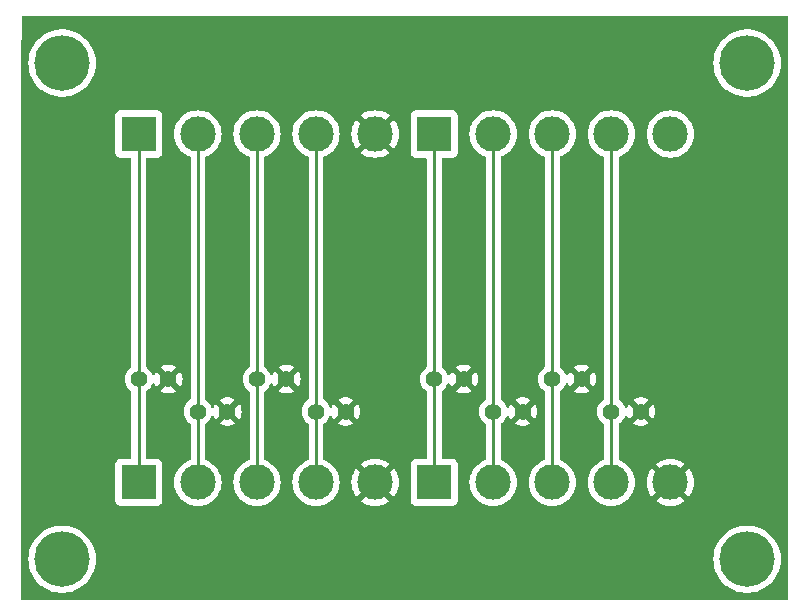
<source format=gbr>
%TF.GenerationSoftware,KiCad,Pcbnew,7.0.8*%
%TF.CreationDate,2024-03-15T18:14:36-06:00*%
%TF.ProjectId,DIO_TVS_Protection,44494f5f-5456-4535-9f50-726f74656374,rev?*%
%TF.SameCoordinates,Original*%
%TF.FileFunction,Copper,L2,Bot*%
%TF.FilePolarity,Positive*%
%FSLAX46Y46*%
G04 Gerber Fmt 4.6, Leading zero omitted, Abs format (unit mm)*
G04 Created by KiCad (PCBNEW 7.0.8) date 2024-03-15 18:14:36*
%MOMM*%
%LPD*%
G01*
G04 APERTURE LIST*
%TA.AperFunction,ComponentPad*%
%ADD10R,3.000000X3.000000*%
%TD*%
%TA.AperFunction,ComponentPad*%
%ADD11C,3.000000*%
%TD*%
%TA.AperFunction,ComponentPad*%
%ADD12C,4.700000*%
%TD*%
%TA.AperFunction,ComponentPad*%
%ADD13C,1.400000*%
%TD*%
%TA.AperFunction,Conductor*%
%ADD14C,0.250000*%
%TD*%
G04 APERTURE END LIST*
D10*
%TO.P,J3,1,Pin_1*%
%TO.N,Net-(J1-Pin_1)*%
X122965000Y-82340000D03*
D11*
%TO.P,J3,2,Pin_2*%
%TO.N,Net-(J1-Pin_2)*%
X127965000Y-82340000D03*
%TO.P,J3,3,Pin_3*%
%TO.N,Net-(J1-Pin_3)*%
X132965000Y-82340000D03*
%TO.P,J3,4,Pin_4*%
%TO.N,Net-(J1-Pin_4)*%
X137965000Y-82340000D03*
%TO.P,J3,5,Pin_5*%
%TO.N,GND*%
X142965000Y-82340000D03*
%TD*%
D12*
%TO.P,REF\u002A\u002A,1*%
%TO.N,N/C*%
X174465000Y-76340000D03*
%TD*%
%TO.P,REF\u002A\u002A,1*%
%TO.N,N/C*%
X174465000Y-118340000D03*
%TD*%
%TO.P,REF\u002A\u002A,1*%
%TO.N,N/C*%
X116465000Y-118340000D03*
%TD*%
%TO.P,REF\u002A\u002A,1*%
%TO.N,N/C*%
X116465000Y-76340000D03*
%TD*%
D10*
%TO.P,J4,1,Pin_1*%
%TO.N,Net-(J2-Pin_1)*%
X147965000Y-82340000D03*
D11*
%TO.P,J4,2,Pin_2*%
%TO.N,Net-(J2-Pin_2)*%
X152965000Y-82340000D03*
%TO.P,J4,3,Pin_3*%
%TO.N,Net-(J2-Pin_3)*%
X157965000Y-82340000D03*
%TO.P,J4,4,Pin_4*%
%TO.N,Net-(J2-Pin_4)*%
X162965000Y-82340000D03*
%TO.P,J4,5,Pin_5*%
%TO.N,Net-(J4-Pin_5)*%
X167965000Y-82340000D03*
%TD*%
D10*
%TO.P,J2,1,Pin_1*%
%TO.N,Net-(J2-Pin_1)*%
X147965000Y-111840000D03*
D11*
%TO.P,J2,2,Pin_2*%
%TO.N,Net-(J2-Pin_2)*%
X152965000Y-111840000D03*
%TO.P,J2,3,Pin_3*%
%TO.N,Net-(J2-Pin_3)*%
X157965000Y-111840000D03*
%TO.P,J2,4,Pin_4*%
%TO.N,Net-(J2-Pin_4)*%
X162965000Y-111840000D03*
%TO.P,J2,5,Pin_5*%
%TO.N,GND*%
X167965000Y-111840000D03*
%TD*%
D10*
%TO.P,J1,1,Pin_1*%
%TO.N,Net-(J1-Pin_1)*%
X122965000Y-111840000D03*
D11*
%TO.P,J1,2,Pin_2*%
%TO.N,Net-(J1-Pin_2)*%
X127965000Y-111840000D03*
%TO.P,J1,3,Pin_3*%
%TO.N,Net-(J1-Pin_3)*%
X132965000Y-111840000D03*
%TO.P,J1,4,Pin_4*%
%TO.N,Net-(J1-Pin_4)*%
X137965000Y-111840000D03*
%TO.P,J1,5,Pin_5*%
%TO.N,GND*%
X142965000Y-111840000D03*
%TD*%
D13*
%TO.P,C8,1*%
%TO.N,Net-(J2-Pin_4)*%
X162965000Y-105840000D03*
%TO.P,C8,2*%
%TO.N,GND*%
X165465000Y-105840000D03*
%TD*%
%TO.P,C7,1*%
%TO.N,Net-(J2-Pin_3)*%
X157965000Y-103090000D03*
%TO.P,C7,2*%
%TO.N,GND*%
X160465000Y-103090000D03*
%TD*%
%TO.P,C6,1*%
%TO.N,Net-(J2-Pin_2)*%
X152965000Y-105840000D03*
%TO.P,C6,2*%
%TO.N,GND*%
X155465000Y-105840000D03*
%TD*%
%TO.P,C5,1*%
%TO.N,Net-(J2-Pin_1)*%
X147965000Y-103090000D03*
%TO.P,C5,2*%
%TO.N,GND*%
X150465000Y-103090000D03*
%TD*%
%TO.P,C4,1*%
%TO.N,Net-(J1-Pin_4)*%
X137965000Y-105840000D03*
%TO.P,C4,2*%
%TO.N,GND*%
X140465000Y-105840000D03*
%TD*%
%TO.P,C3,1*%
%TO.N,Net-(J1-Pin_3)*%
X132965000Y-103090000D03*
%TO.P,C3,2*%
%TO.N,GND*%
X135465000Y-103090000D03*
%TD*%
%TO.P,C2,1*%
%TO.N,Net-(J1-Pin_2)*%
X127965000Y-105840000D03*
%TO.P,C2,2*%
%TO.N,GND*%
X130465000Y-105840000D03*
%TD*%
%TO.P,C1,1*%
%TO.N,Net-(J1-Pin_1)*%
X122965000Y-103090000D03*
%TO.P,C1,2*%
%TO.N,GND*%
X125465000Y-103090000D03*
%TD*%
D14*
%TO.N,Net-(J2-Pin_4)*%
X162965000Y-105840000D02*
X162965000Y-82340000D01*
%TO.N,Net-(J2-Pin_3)*%
X157965000Y-103090000D02*
X157965000Y-82340000D01*
%TO.N,Net-(J2-Pin_2)*%
X152965000Y-105840000D02*
X152965000Y-82340000D01*
%TO.N,Net-(J2-Pin_1)*%
X147965000Y-103090000D02*
X147965000Y-82340000D01*
%TO.N,Net-(J1-Pin_4)*%
X137965000Y-105840000D02*
X137965000Y-82340000D01*
%TO.N,Net-(J1-Pin_3)*%
X132965000Y-103090000D02*
X132965000Y-82340000D01*
%TO.N,Net-(J1-Pin_2)*%
X127965000Y-105840000D02*
X127965000Y-82340000D01*
%TO.N,Net-(J1-Pin_1)*%
X122965000Y-103090000D02*
X122965000Y-82340000D01*
%TO.N,Net-(J2-Pin_4)*%
X162965000Y-111840000D02*
X162965000Y-105840000D01*
%TO.N,Net-(J2-Pin_3)*%
X157965000Y-111840000D02*
X157965000Y-103090000D01*
%TO.N,Net-(J2-Pin_2)*%
X152965000Y-111840000D02*
X152965000Y-105840000D01*
%TO.N,Net-(J2-Pin_1)*%
X147965000Y-111840000D02*
X147965000Y-103090000D01*
%TO.N,Net-(J1-Pin_4)*%
X137965000Y-111840000D02*
X137965000Y-105840000D01*
%TO.N,Net-(J1-Pin_3)*%
X132965000Y-111840000D02*
X132965000Y-103090000D01*
%TO.N,Net-(J1-Pin_2)*%
X127965000Y-111840000D02*
X127965000Y-105840000D01*
%TO.N,Net-(J1-Pin_1)*%
X122965000Y-111840000D02*
X122965000Y-103090000D01*
%TD*%
%TA.AperFunction,Conductor*%
%TO.N,GND*%
G36*
X177840674Y-72369799D02*
G01*
X177907684Y-72389577D01*
X177953366Y-72442444D01*
X177964500Y-72493799D01*
X177964500Y-86840070D01*
X177915175Y-121656176D01*
X177895395Y-121723187D01*
X177842527Y-121768867D01*
X177791175Y-121780000D01*
X113089500Y-121780000D01*
X113022461Y-121760315D01*
X112976706Y-121707511D01*
X112965500Y-121656000D01*
X112965500Y-118340003D01*
X113609669Y-118340003D01*
X113628976Y-118671484D01*
X113628977Y-118671495D01*
X113686631Y-118998467D01*
X113686634Y-118998481D01*
X113781866Y-119316580D01*
X113913379Y-119621461D01*
X113913385Y-119621474D01*
X114079406Y-119909031D01*
X114277678Y-120175356D01*
X114277683Y-120175362D01*
X114277690Y-120175371D01*
X114505553Y-120416893D01*
X114689689Y-120571400D01*
X114759912Y-120630325D01*
X114759920Y-120630331D01*
X115037330Y-120812787D01*
X115037334Y-120812789D01*
X115334061Y-120961811D01*
X115646082Y-121075377D01*
X115646088Y-121075378D01*
X115646090Y-121075379D01*
X115969161Y-121151949D01*
X115969168Y-121151950D01*
X115969177Y-121151952D01*
X116298977Y-121190500D01*
X116298984Y-121190500D01*
X116631016Y-121190500D01*
X116631023Y-121190500D01*
X116960823Y-121151952D01*
X116960832Y-121151949D01*
X116960838Y-121151949D01*
X117221445Y-121090183D01*
X117283918Y-121075377D01*
X117595939Y-120961811D01*
X117892666Y-120812789D01*
X118170085Y-120630327D01*
X118424447Y-120416893D01*
X118652310Y-120175371D01*
X118850594Y-119909030D01*
X119016617Y-119621470D01*
X119148133Y-119316581D01*
X119243365Y-118998485D01*
X119301024Y-118671484D01*
X119320331Y-118340003D01*
X171609669Y-118340003D01*
X171628976Y-118671484D01*
X171628977Y-118671495D01*
X171686631Y-118998467D01*
X171686634Y-118998481D01*
X171781866Y-119316580D01*
X171913379Y-119621461D01*
X171913385Y-119621474D01*
X172079406Y-119909031D01*
X172277678Y-120175356D01*
X172277683Y-120175362D01*
X172277690Y-120175371D01*
X172505553Y-120416893D01*
X172689689Y-120571400D01*
X172759912Y-120630325D01*
X172759920Y-120630331D01*
X173037330Y-120812787D01*
X173037334Y-120812789D01*
X173334061Y-120961811D01*
X173646082Y-121075377D01*
X173646088Y-121075378D01*
X173646090Y-121075379D01*
X173969161Y-121151949D01*
X173969168Y-121151950D01*
X173969177Y-121151952D01*
X174298977Y-121190500D01*
X174298984Y-121190500D01*
X174631016Y-121190500D01*
X174631023Y-121190500D01*
X174960823Y-121151952D01*
X174960832Y-121151949D01*
X174960838Y-121151949D01*
X175221445Y-121090183D01*
X175283918Y-121075377D01*
X175595939Y-120961811D01*
X175892666Y-120812789D01*
X176170085Y-120630327D01*
X176424447Y-120416893D01*
X176652310Y-120175371D01*
X176850594Y-119909030D01*
X177016617Y-119621470D01*
X177148133Y-119316581D01*
X177243365Y-118998485D01*
X177301024Y-118671484D01*
X177320331Y-118340000D01*
X177301024Y-118008516D01*
X177243365Y-117681515D01*
X177148133Y-117363419D01*
X177016617Y-117058530D01*
X176850594Y-116770970D01*
X176850593Y-116770968D01*
X176652321Y-116504643D01*
X176652314Y-116504635D01*
X176652310Y-116504629D01*
X176424447Y-116263107D01*
X176262153Y-116126926D01*
X176170087Y-116049674D01*
X176170079Y-116049668D01*
X175892669Y-115867212D01*
X175595946Y-115718192D01*
X175595940Y-115718189D01*
X175283930Y-115604627D01*
X175283909Y-115604620D01*
X174960838Y-115528050D01*
X174960823Y-115528048D01*
X174631023Y-115489500D01*
X174298977Y-115489500D01*
X174010402Y-115523229D01*
X173969176Y-115528048D01*
X173969161Y-115528050D01*
X173646090Y-115604620D01*
X173646069Y-115604627D01*
X173334059Y-115718189D01*
X173334053Y-115718192D01*
X173037330Y-115867212D01*
X172759920Y-116049668D01*
X172759912Y-116049674D01*
X172553936Y-116222508D01*
X172505553Y-116263107D01*
X172277690Y-116504629D01*
X172277687Y-116504632D01*
X172277685Y-116504635D01*
X172277678Y-116504643D01*
X172079406Y-116770968D01*
X171913385Y-117058525D01*
X171913379Y-117058538D01*
X171781866Y-117363419D01*
X171686634Y-117681518D01*
X171686631Y-117681532D01*
X171628977Y-118008504D01*
X171628976Y-118008515D01*
X171609669Y-118339996D01*
X171609669Y-118340003D01*
X119320331Y-118340003D01*
X119320331Y-118340000D01*
X119301024Y-118008516D01*
X119243365Y-117681515D01*
X119148133Y-117363419D01*
X119016617Y-117058530D01*
X118850594Y-116770970D01*
X118850593Y-116770968D01*
X118652321Y-116504643D01*
X118652314Y-116504635D01*
X118652310Y-116504629D01*
X118424447Y-116263107D01*
X118262153Y-116126926D01*
X118170087Y-116049674D01*
X118170079Y-116049668D01*
X117892669Y-115867212D01*
X117595946Y-115718192D01*
X117595940Y-115718189D01*
X117283930Y-115604627D01*
X117283909Y-115604620D01*
X116960838Y-115528050D01*
X116960823Y-115528048D01*
X116631023Y-115489500D01*
X116298977Y-115489500D01*
X116010402Y-115523229D01*
X115969176Y-115528048D01*
X115969161Y-115528050D01*
X115646090Y-115604620D01*
X115646069Y-115604627D01*
X115334059Y-115718189D01*
X115334053Y-115718192D01*
X115037330Y-115867212D01*
X114759920Y-116049668D01*
X114759912Y-116049674D01*
X114553936Y-116222508D01*
X114505553Y-116263107D01*
X114277690Y-116504629D01*
X114277687Y-116504632D01*
X114277685Y-116504635D01*
X114277678Y-116504643D01*
X114079406Y-116770968D01*
X113913385Y-117058525D01*
X113913379Y-117058538D01*
X113781866Y-117363419D01*
X113686634Y-117681518D01*
X113686631Y-117681532D01*
X113628977Y-118008504D01*
X113628976Y-118008515D01*
X113609669Y-118339996D01*
X113609669Y-118340003D01*
X112965500Y-118340003D01*
X112965500Y-113387870D01*
X120964500Y-113387870D01*
X120964501Y-113387876D01*
X120970908Y-113447483D01*
X121021202Y-113582328D01*
X121021206Y-113582335D01*
X121107452Y-113697544D01*
X121107455Y-113697547D01*
X121222664Y-113783793D01*
X121222671Y-113783797D01*
X121357517Y-113834091D01*
X121357516Y-113834091D01*
X121364444Y-113834835D01*
X121417127Y-113840500D01*
X124512872Y-113840499D01*
X124572483Y-113834091D01*
X124707331Y-113783796D01*
X124822546Y-113697546D01*
X124908796Y-113582331D01*
X124959091Y-113447483D01*
X124965500Y-113387873D01*
X124965500Y-111840001D01*
X125959390Y-111840001D01*
X125979804Y-112125433D01*
X126040628Y-112405037D01*
X126040630Y-112405043D01*
X126040631Y-112405046D01*
X126113345Y-112600000D01*
X126140635Y-112673166D01*
X126277770Y-112924309D01*
X126277775Y-112924317D01*
X126449254Y-113153387D01*
X126449270Y-113153405D01*
X126651594Y-113355729D01*
X126651612Y-113355745D01*
X126880682Y-113527224D01*
X126880690Y-113527229D01*
X127131833Y-113664364D01*
X127131832Y-113664364D01*
X127131836Y-113664365D01*
X127131839Y-113664367D01*
X127399954Y-113764369D01*
X127399960Y-113764370D01*
X127399962Y-113764371D01*
X127679566Y-113825195D01*
X127679568Y-113825195D01*
X127679572Y-113825196D01*
X127933220Y-113843337D01*
X127964999Y-113845610D01*
X127965000Y-113845610D01*
X127965001Y-113845610D01*
X127993595Y-113843564D01*
X128250428Y-113825196D01*
X128440742Y-113783796D01*
X128530037Y-113764371D01*
X128530037Y-113764370D01*
X128530046Y-113764369D01*
X128798161Y-113664367D01*
X129049315Y-113527226D01*
X129278395Y-113355739D01*
X129480739Y-113153395D01*
X129652226Y-112924315D01*
X129789367Y-112673161D01*
X129889369Y-112405046D01*
X129950196Y-112125428D01*
X129970610Y-111840001D01*
X130959390Y-111840001D01*
X130979804Y-112125433D01*
X131040628Y-112405037D01*
X131040630Y-112405043D01*
X131040631Y-112405046D01*
X131113345Y-112600000D01*
X131140635Y-112673166D01*
X131277770Y-112924309D01*
X131277775Y-112924317D01*
X131449254Y-113153387D01*
X131449270Y-113153405D01*
X131651594Y-113355729D01*
X131651612Y-113355745D01*
X131880682Y-113527224D01*
X131880690Y-113527229D01*
X132131833Y-113664364D01*
X132131832Y-113664364D01*
X132131836Y-113664365D01*
X132131839Y-113664367D01*
X132399954Y-113764369D01*
X132399960Y-113764370D01*
X132399962Y-113764371D01*
X132679566Y-113825195D01*
X132679568Y-113825195D01*
X132679572Y-113825196D01*
X132933220Y-113843337D01*
X132964999Y-113845610D01*
X132965000Y-113845610D01*
X132965001Y-113845610D01*
X132993595Y-113843564D01*
X133250428Y-113825196D01*
X133440742Y-113783796D01*
X133530037Y-113764371D01*
X133530037Y-113764370D01*
X133530046Y-113764369D01*
X133798161Y-113664367D01*
X134049315Y-113527226D01*
X134278395Y-113355739D01*
X134480739Y-113153395D01*
X134652226Y-112924315D01*
X134789367Y-112673161D01*
X134889369Y-112405046D01*
X134950196Y-112125428D01*
X134970610Y-111840001D01*
X135959390Y-111840001D01*
X135979804Y-112125433D01*
X136040628Y-112405037D01*
X136040630Y-112405043D01*
X136040631Y-112405046D01*
X136113345Y-112600000D01*
X136140635Y-112673166D01*
X136277770Y-112924309D01*
X136277775Y-112924317D01*
X136449254Y-113153387D01*
X136449270Y-113153405D01*
X136651594Y-113355729D01*
X136651612Y-113355745D01*
X136880682Y-113527224D01*
X136880690Y-113527229D01*
X137131833Y-113664364D01*
X137131832Y-113664364D01*
X137131836Y-113664365D01*
X137131839Y-113664367D01*
X137399954Y-113764369D01*
X137399960Y-113764370D01*
X137399962Y-113764371D01*
X137679566Y-113825195D01*
X137679568Y-113825195D01*
X137679572Y-113825196D01*
X137933220Y-113843337D01*
X137964999Y-113845610D01*
X137965000Y-113845610D01*
X137965001Y-113845610D01*
X137993595Y-113843564D01*
X138250428Y-113825196D01*
X138440742Y-113783796D01*
X138530037Y-113764371D01*
X138530037Y-113764370D01*
X138530046Y-113764369D01*
X138798161Y-113664367D01*
X139049315Y-113527226D01*
X139278395Y-113355739D01*
X139480739Y-113153395D01*
X139652226Y-112924315D01*
X139789367Y-112673161D01*
X139889369Y-112405046D01*
X139950196Y-112125428D01*
X139970610Y-111840001D01*
X140959891Y-111840001D01*
X140980300Y-112125362D01*
X141041109Y-112404895D01*
X141141091Y-112672958D01*
X141278191Y-112924038D01*
X141278196Y-112924046D01*
X141384882Y-113066561D01*
X141384883Y-113066562D01*
X142280195Y-112171250D01*
X142302340Y-112222587D01*
X142408433Y-112365094D01*
X142544530Y-112479294D01*
X142634216Y-112524335D01*
X141738436Y-113420115D01*
X141880960Y-113526807D01*
X141880961Y-113526808D01*
X142132042Y-113663908D01*
X142132041Y-113663908D01*
X142400104Y-113763890D01*
X142679637Y-113824699D01*
X142964999Y-113845109D01*
X142965001Y-113845109D01*
X143250362Y-113824699D01*
X143529895Y-113763890D01*
X143797958Y-113663908D01*
X144049047Y-113526803D01*
X144191561Y-113420116D01*
X144191562Y-113420115D01*
X144159317Y-113387870D01*
X145964500Y-113387870D01*
X145964501Y-113387876D01*
X145970908Y-113447483D01*
X146021202Y-113582328D01*
X146021206Y-113582335D01*
X146107452Y-113697544D01*
X146107455Y-113697547D01*
X146222664Y-113783793D01*
X146222671Y-113783797D01*
X146357517Y-113834091D01*
X146357516Y-113834091D01*
X146364444Y-113834835D01*
X146417127Y-113840500D01*
X149512872Y-113840499D01*
X149572483Y-113834091D01*
X149707331Y-113783796D01*
X149822546Y-113697546D01*
X149908796Y-113582331D01*
X149959091Y-113447483D01*
X149965500Y-113387873D01*
X149965500Y-111840001D01*
X150959390Y-111840001D01*
X150979804Y-112125433D01*
X151040628Y-112405037D01*
X151040630Y-112405043D01*
X151040631Y-112405046D01*
X151113345Y-112600000D01*
X151140635Y-112673166D01*
X151277770Y-112924309D01*
X151277775Y-112924317D01*
X151449254Y-113153387D01*
X151449270Y-113153405D01*
X151651594Y-113355729D01*
X151651612Y-113355745D01*
X151880682Y-113527224D01*
X151880690Y-113527229D01*
X152131833Y-113664364D01*
X152131832Y-113664364D01*
X152131836Y-113664365D01*
X152131839Y-113664367D01*
X152399954Y-113764369D01*
X152399960Y-113764370D01*
X152399962Y-113764371D01*
X152679566Y-113825195D01*
X152679568Y-113825195D01*
X152679572Y-113825196D01*
X152933220Y-113843337D01*
X152964999Y-113845610D01*
X152965000Y-113845610D01*
X152965001Y-113845610D01*
X152993595Y-113843564D01*
X153250428Y-113825196D01*
X153440742Y-113783796D01*
X153530037Y-113764371D01*
X153530037Y-113764370D01*
X153530046Y-113764369D01*
X153798161Y-113664367D01*
X154049315Y-113527226D01*
X154278395Y-113355739D01*
X154480739Y-113153395D01*
X154652226Y-112924315D01*
X154789367Y-112673161D01*
X154889369Y-112405046D01*
X154950196Y-112125428D01*
X154970610Y-111840001D01*
X155959390Y-111840001D01*
X155979804Y-112125433D01*
X156040628Y-112405037D01*
X156040630Y-112405043D01*
X156040631Y-112405046D01*
X156113345Y-112600000D01*
X156140635Y-112673166D01*
X156277770Y-112924309D01*
X156277775Y-112924317D01*
X156449254Y-113153387D01*
X156449270Y-113153405D01*
X156651594Y-113355729D01*
X156651612Y-113355745D01*
X156880682Y-113527224D01*
X156880690Y-113527229D01*
X157131833Y-113664364D01*
X157131832Y-113664364D01*
X157131836Y-113664365D01*
X157131839Y-113664367D01*
X157399954Y-113764369D01*
X157399960Y-113764370D01*
X157399962Y-113764371D01*
X157679566Y-113825195D01*
X157679568Y-113825195D01*
X157679572Y-113825196D01*
X157933220Y-113843337D01*
X157964999Y-113845610D01*
X157965000Y-113845610D01*
X157965001Y-113845610D01*
X157993595Y-113843564D01*
X158250428Y-113825196D01*
X158440742Y-113783796D01*
X158530037Y-113764371D01*
X158530037Y-113764370D01*
X158530046Y-113764369D01*
X158798161Y-113664367D01*
X159049315Y-113527226D01*
X159278395Y-113355739D01*
X159480739Y-113153395D01*
X159652226Y-112924315D01*
X159789367Y-112673161D01*
X159889369Y-112405046D01*
X159950196Y-112125428D01*
X159970610Y-111840001D01*
X160959390Y-111840001D01*
X160979804Y-112125433D01*
X161040628Y-112405037D01*
X161040630Y-112405043D01*
X161040631Y-112405046D01*
X161113345Y-112600000D01*
X161140635Y-112673166D01*
X161277770Y-112924309D01*
X161277775Y-112924317D01*
X161449254Y-113153387D01*
X161449270Y-113153405D01*
X161651594Y-113355729D01*
X161651612Y-113355745D01*
X161880682Y-113527224D01*
X161880690Y-113527229D01*
X162131833Y-113664364D01*
X162131832Y-113664364D01*
X162131836Y-113664365D01*
X162131839Y-113664367D01*
X162399954Y-113764369D01*
X162399960Y-113764370D01*
X162399962Y-113764371D01*
X162679566Y-113825195D01*
X162679568Y-113825195D01*
X162679572Y-113825196D01*
X162933220Y-113843337D01*
X162964999Y-113845610D01*
X162965000Y-113845610D01*
X162965001Y-113845610D01*
X162993595Y-113843564D01*
X163250428Y-113825196D01*
X163440742Y-113783796D01*
X163530037Y-113764371D01*
X163530037Y-113764370D01*
X163530046Y-113764369D01*
X163798161Y-113664367D01*
X164049315Y-113527226D01*
X164278395Y-113355739D01*
X164480739Y-113153395D01*
X164652226Y-112924315D01*
X164789367Y-112673161D01*
X164889369Y-112405046D01*
X164950196Y-112125428D01*
X164970610Y-111840001D01*
X165959891Y-111840001D01*
X165980300Y-112125362D01*
X166041109Y-112404895D01*
X166141091Y-112672958D01*
X166278191Y-112924038D01*
X166278196Y-112924046D01*
X166384882Y-113066561D01*
X166384883Y-113066562D01*
X167280195Y-112171250D01*
X167302340Y-112222587D01*
X167408433Y-112365094D01*
X167544530Y-112479294D01*
X167634216Y-112524335D01*
X166738436Y-113420115D01*
X166880960Y-113526807D01*
X166880961Y-113526808D01*
X167132042Y-113663908D01*
X167132041Y-113663908D01*
X167400104Y-113763890D01*
X167679637Y-113824699D01*
X167964999Y-113845109D01*
X167965001Y-113845109D01*
X168250362Y-113824699D01*
X168529895Y-113763890D01*
X168797958Y-113663908D01*
X169049047Y-113526803D01*
X169191561Y-113420116D01*
X169191562Y-113420115D01*
X168298748Y-112527300D01*
X168308409Y-112523784D01*
X168456844Y-112426157D01*
X168578764Y-112296930D01*
X168650768Y-112172215D01*
X169545115Y-113066562D01*
X169545116Y-113066561D01*
X169651803Y-112924047D01*
X169788908Y-112672958D01*
X169888890Y-112404895D01*
X169949699Y-112125362D01*
X169970109Y-111840001D01*
X169970109Y-111839998D01*
X169949699Y-111554637D01*
X169888890Y-111275104D01*
X169788908Y-111007041D01*
X169651808Y-110755961D01*
X169651807Y-110755960D01*
X169545115Y-110613436D01*
X168649803Y-111508747D01*
X168627660Y-111457413D01*
X168521567Y-111314906D01*
X168385470Y-111200706D01*
X168295782Y-111155663D01*
X169191562Y-110259883D01*
X169191561Y-110259882D01*
X169049046Y-110153196D01*
X169049038Y-110153191D01*
X168797957Y-110016091D01*
X168797958Y-110016091D01*
X168529895Y-109916109D01*
X168250362Y-109855300D01*
X167965001Y-109834891D01*
X167964999Y-109834891D01*
X167679637Y-109855300D01*
X167400104Y-109916109D01*
X167132041Y-110016091D01*
X166880961Y-110153191D01*
X166880953Y-110153196D01*
X166738437Y-110259882D01*
X166738436Y-110259883D01*
X167631252Y-111152699D01*
X167621591Y-111156216D01*
X167473156Y-111253843D01*
X167351236Y-111383070D01*
X167279231Y-111507784D01*
X166384883Y-110613436D01*
X166384882Y-110613437D01*
X166278196Y-110755953D01*
X166278191Y-110755961D01*
X166141091Y-111007041D01*
X166041109Y-111275104D01*
X165980300Y-111554637D01*
X165959891Y-111839998D01*
X165959891Y-111840001D01*
X164970610Y-111840001D01*
X164970610Y-111840000D01*
X164950196Y-111554572D01*
X164946358Y-111536930D01*
X164889371Y-111274962D01*
X164889370Y-111274960D01*
X164889369Y-111274954D01*
X164789367Y-111006839D01*
X164652372Y-110755953D01*
X164652229Y-110755690D01*
X164652224Y-110755682D01*
X164480745Y-110526612D01*
X164480729Y-110526594D01*
X164278405Y-110324270D01*
X164278387Y-110324254D01*
X164049317Y-110152775D01*
X164049309Y-110152770D01*
X163798166Y-110015635D01*
X163671166Y-109968266D01*
X163615232Y-109926394D01*
X163590816Y-109860929D01*
X163590500Y-109852084D01*
X163590500Y-106933765D01*
X163610185Y-106866726D01*
X163630367Y-106846880D01*
X164811672Y-106846880D01*
X164927821Y-106918797D01*
X164927822Y-106918798D01*
X165135195Y-106999134D01*
X165353807Y-107040000D01*
X165576193Y-107040000D01*
X165794809Y-106999133D01*
X166002168Y-106918801D01*
X166002181Y-106918795D01*
X166118326Y-106846879D01*
X165465001Y-106193553D01*
X165465000Y-106193553D01*
X164811672Y-106846879D01*
X164811672Y-106846880D01*
X163630367Y-106846880D01*
X163649220Y-106828340D01*
X163691562Y-106802124D01*
X163855981Y-106652236D01*
X163990058Y-106474689D01*
X164089229Y-106275528D01*
X164095994Y-106251750D01*
X164133271Y-106192661D01*
X164196580Y-106163102D01*
X164265820Y-106172463D01*
X164319007Y-106217772D01*
X164334525Y-106251753D01*
X164341236Y-106275342D01*
X164341239Y-106275348D01*
X164440369Y-106474428D01*
X164456137Y-106495308D01*
X164456138Y-106495308D01*
X165082145Y-105869302D01*
X165111372Y-105869302D01*
X165140047Y-105982538D01*
X165203936Y-106080327D01*
X165296115Y-106152072D01*
X165406595Y-106190000D01*
X165494005Y-106190000D01*
X165580216Y-106175614D01*
X165682947Y-106120019D01*
X165762060Y-106034079D01*
X165808982Y-105927108D01*
X165816200Y-105840000D01*
X165818553Y-105840000D01*
X166473861Y-106495308D01*
X166489631Y-106474425D01*
X166489633Y-106474422D01*
X166588759Y-106275350D01*
X166649621Y-106061439D01*
X166670141Y-105840000D01*
X166670141Y-105839999D01*
X166649621Y-105618560D01*
X166588759Y-105404649D01*
X166489635Y-105205580D01*
X166489630Y-105205572D01*
X166473860Y-105184690D01*
X165818553Y-105839999D01*
X165818553Y-105840000D01*
X165816200Y-105840000D01*
X165818628Y-105810698D01*
X165789953Y-105697462D01*
X165726064Y-105599673D01*
X165633885Y-105527928D01*
X165523405Y-105490000D01*
X165435995Y-105490000D01*
X165349784Y-105504386D01*
X165247053Y-105559981D01*
X165167940Y-105645921D01*
X165121018Y-105752892D01*
X165111372Y-105869302D01*
X165082145Y-105869302D01*
X165111447Y-105840000D01*
X164456138Y-105184691D01*
X164456137Y-105184691D01*
X164440368Y-105205574D01*
X164341239Y-105404651D01*
X164341238Y-105404652D01*
X164334525Y-105428248D01*
X164297245Y-105487340D01*
X164233935Y-105516898D01*
X164164696Y-105507535D01*
X164111510Y-105462224D01*
X164095995Y-105428253D01*
X164089229Y-105404472D01*
X163990188Y-105205572D01*
X163990061Y-105205316D01*
X163990056Y-105205308D01*
X163855979Y-105027761D01*
X163691563Y-104877877D01*
X163691562Y-104877876D01*
X163649222Y-104851660D01*
X163632603Y-104833119D01*
X164811671Y-104833119D01*
X165465000Y-105486447D01*
X165465001Y-105486447D01*
X166118327Y-104833119D01*
X166002178Y-104761202D01*
X166002177Y-104761201D01*
X165794804Y-104680865D01*
X165576193Y-104640000D01*
X165353807Y-104640000D01*
X165135195Y-104680865D01*
X164927824Y-104761200D01*
X164927823Y-104761201D01*
X164811671Y-104833119D01*
X163632603Y-104833119D01*
X163602587Y-104799631D01*
X163590500Y-104746233D01*
X163590500Y-84327914D01*
X163610185Y-84260875D01*
X163662989Y-84215120D01*
X163671143Y-84211741D01*
X163798161Y-84164367D01*
X164049315Y-84027226D01*
X164278395Y-83855739D01*
X164480739Y-83653395D01*
X164652226Y-83424315D01*
X164789367Y-83173161D01*
X164889369Y-82905046D01*
X164950196Y-82625428D01*
X164970610Y-82340001D01*
X165959390Y-82340001D01*
X165979804Y-82625433D01*
X166040628Y-82905037D01*
X166040630Y-82905043D01*
X166040631Y-82905046D01*
X166113345Y-83100000D01*
X166140635Y-83173166D01*
X166277770Y-83424309D01*
X166277775Y-83424317D01*
X166449254Y-83653387D01*
X166449270Y-83653405D01*
X166651594Y-83855729D01*
X166651612Y-83855745D01*
X166880682Y-84027224D01*
X166880690Y-84027229D01*
X167131833Y-84164364D01*
X167131832Y-84164364D01*
X167131836Y-84164365D01*
X167131839Y-84164367D01*
X167399954Y-84264369D01*
X167399960Y-84264370D01*
X167399962Y-84264371D01*
X167679566Y-84325195D01*
X167679568Y-84325195D01*
X167679572Y-84325196D01*
X167933220Y-84343337D01*
X167964999Y-84345610D01*
X167965000Y-84345610D01*
X167965001Y-84345610D01*
X167993595Y-84343564D01*
X168250428Y-84325196D01*
X168440742Y-84283796D01*
X168530037Y-84264371D01*
X168530037Y-84264370D01*
X168530046Y-84264369D01*
X168798161Y-84164367D01*
X169049315Y-84027226D01*
X169278395Y-83855739D01*
X169480739Y-83653395D01*
X169652226Y-83424315D01*
X169789367Y-83173161D01*
X169889369Y-82905046D01*
X169950196Y-82625428D01*
X169970610Y-82340000D01*
X169950196Y-82054572D01*
X169946358Y-82036930D01*
X169889371Y-81774962D01*
X169889370Y-81774960D01*
X169889369Y-81774954D01*
X169789367Y-81506839D01*
X169652372Y-81255953D01*
X169652229Y-81255690D01*
X169652224Y-81255682D01*
X169480745Y-81026612D01*
X169480729Y-81026594D01*
X169278405Y-80824270D01*
X169278387Y-80824254D01*
X169049317Y-80652775D01*
X169049309Y-80652770D01*
X168798166Y-80515635D01*
X168798167Y-80515635D01*
X168690915Y-80475632D01*
X168530046Y-80415631D01*
X168530043Y-80415630D01*
X168530037Y-80415628D01*
X168250433Y-80354804D01*
X167965001Y-80334390D01*
X167964999Y-80334390D01*
X167679566Y-80354804D01*
X167399962Y-80415628D01*
X167131833Y-80515635D01*
X166880690Y-80652770D01*
X166880682Y-80652775D01*
X166651612Y-80824254D01*
X166651594Y-80824270D01*
X166449270Y-81026594D01*
X166449254Y-81026612D01*
X166277775Y-81255682D01*
X166277770Y-81255690D01*
X166140635Y-81506833D01*
X166040628Y-81774962D01*
X165979804Y-82054566D01*
X165959390Y-82339998D01*
X165959390Y-82340001D01*
X164970610Y-82340001D01*
X164970610Y-82340000D01*
X164950196Y-82054572D01*
X164946358Y-82036930D01*
X164889371Y-81774962D01*
X164889370Y-81774960D01*
X164889369Y-81774954D01*
X164789367Y-81506839D01*
X164652372Y-81255953D01*
X164652229Y-81255690D01*
X164652224Y-81255682D01*
X164480745Y-81026612D01*
X164480729Y-81026594D01*
X164278405Y-80824270D01*
X164278387Y-80824254D01*
X164049317Y-80652775D01*
X164049309Y-80652770D01*
X163798166Y-80515635D01*
X163798167Y-80515635D01*
X163690915Y-80475632D01*
X163530046Y-80415631D01*
X163530043Y-80415630D01*
X163530037Y-80415628D01*
X163250433Y-80354804D01*
X162965001Y-80334390D01*
X162964999Y-80334390D01*
X162679566Y-80354804D01*
X162399962Y-80415628D01*
X162131833Y-80515635D01*
X161880690Y-80652770D01*
X161880682Y-80652775D01*
X161651612Y-80824254D01*
X161651594Y-80824270D01*
X161449270Y-81026594D01*
X161449254Y-81026612D01*
X161277775Y-81255682D01*
X161277770Y-81255690D01*
X161140635Y-81506833D01*
X161040628Y-81774962D01*
X160979804Y-82054566D01*
X160959390Y-82339998D01*
X160959390Y-82340001D01*
X160979804Y-82625433D01*
X161040628Y-82905037D01*
X161040630Y-82905043D01*
X161040631Y-82905046D01*
X161113345Y-83100000D01*
X161140635Y-83173166D01*
X161277770Y-83424309D01*
X161277775Y-83424317D01*
X161449254Y-83653387D01*
X161449270Y-83653405D01*
X161651594Y-83855729D01*
X161651612Y-83855745D01*
X161880682Y-84027224D01*
X161880690Y-84027229D01*
X162131833Y-84164364D01*
X162131836Y-84164366D01*
X162131839Y-84164367D01*
X162258835Y-84211733D01*
X162314767Y-84253603D01*
X162339184Y-84319067D01*
X162339500Y-84327914D01*
X162339500Y-104746233D01*
X162319815Y-104813272D01*
X162280778Y-104851660D01*
X162238436Y-104877877D01*
X162074020Y-105027761D01*
X161939943Y-105205308D01*
X161939938Y-105205316D01*
X161840775Y-105404461D01*
X161840769Y-105404476D01*
X161779885Y-105618462D01*
X161779884Y-105618464D01*
X161759357Y-105839999D01*
X161759357Y-105840000D01*
X161779884Y-106061535D01*
X161779885Y-106061537D01*
X161840769Y-106275523D01*
X161840775Y-106275538D01*
X161939938Y-106474683D01*
X161939943Y-106474691D01*
X162074020Y-106652238D01*
X162238433Y-106802120D01*
X162238435Y-106802122D01*
X162238437Y-106802123D01*
X162238438Y-106802124D01*
X162280778Y-106828339D01*
X162327412Y-106880364D01*
X162339500Y-106933765D01*
X162339500Y-109852084D01*
X162319815Y-109919123D01*
X162267011Y-109964878D01*
X162258834Y-109968266D01*
X162131833Y-110015635D01*
X161880690Y-110152770D01*
X161880682Y-110152775D01*
X161651612Y-110324254D01*
X161651594Y-110324270D01*
X161449270Y-110526594D01*
X161449254Y-110526612D01*
X161277775Y-110755682D01*
X161277770Y-110755690D01*
X161140635Y-111006833D01*
X161040628Y-111274962D01*
X160979804Y-111554566D01*
X160959390Y-111839998D01*
X160959390Y-111840001D01*
X159970610Y-111840001D01*
X159970610Y-111840000D01*
X159950196Y-111554572D01*
X159946358Y-111536930D01*
X159889371Y-111274962D01*
X159889370Y-111274960D01*
X159889369Y-111274954D01*
X159789367Y-111006839D01*
X159652372Y-110755953D01*
X159652229Y-110755690D01*
X159652224Y-110755682D01*
X159480745Y-110526612D01*
X159480729Y-110526594D01*
X159278405Y-110324270D01*
X159278387Y-110324254D01*
X159049317Y-110152775D01*
X159049309Y-110152770D01*
X158798166Y-110015635D01*
X158671166Y-109968266D01*
X158615232Y-109926394D01*
X158590816Y-109860929D01*
X158590500Y-109852084D01*
X158590500Y-104183765D01*
X158610185Y-104116726D01*
X158630367Y-104096880D01*
X159811672Y-104096880D01*
X159927821Y-104168797D01*
X159927822Y-104168798D01*
X160135195Y-104249134D01*
X160353807Y-104290000D01*
X160576193Y-104290000D01*
X160794809Y-104249133D01*
X161002168Y-104168801D01*
X161002181Y-104168795D01*
X161118326Y-104096879D01*
X160465001Y-103443553D01*
X160465000Y-103443553D01*
X159811672Y-104096879D01*
X159811672Y-104096880D01*
X158630367Y-104096880D01*
X158649220Y-104078340D01*
X158691562Y-104052124D01*
X158855981Y-103902236D01*
X158990058Y-103724689D01*
X159089229Y-103525528D01*
X159095994Y-103501750D01*
X159133271Y-103442661D01*
X159196580Y-103413102D01*
X159265820Y-103422463D01*
X159319007Y-103467772D01*
X159334525Y-103501753D01*
X159341236Y-103525342D01*
X159341239Y-103525348D01*
X159440369Y-103724428D01*
X159456137Y-103745308D01*
X159456138Y-103745308D01*
X160082145Y-103119302D01*
X160111372Y-103119302D01*
X160140047Y-103232538D01*
X160203936Y-103330327D01*
X160296115Y-103402072D01*
X160406595Y-103440000D01*
X160494005Y-103440000D01*
X160580216Y-103425614D01*
X160682947Y-103370019D01*
X160762060Y-103284079D01*
X160808982Y-103177108D01*
X160816200Y-103090000D01*
X160818553Y-103090000D01*
X161473861Y-103745308D01*
X161489631Y-103724425D01*
X161489633Y-103724422D01*
X161588759Y-103525350D01*
X161649621Y-103311439D01*
X161670141Y-103090000D01*
X161670141Y-103089999D01*
X161649621Y-102868560D01*
X161588759Y-102654649D01*
X161489635Y-102455580D01*
X161489630Y-102455572D01*
X161473860Y-102434690D01*
X160818553Y-103089999D01*
X160818553Y-103090000D01*
X160816200Y-103090000D01*
X160818628Y-103060698D01*
X160789953Y-102947462D01*
X160726064Y-102849673D01*
X160633885Y-102777928D01*
X160523405Y-102740000D01*
X160435995Y-102740000D01*
X160349784Y-102754386D01*
X160247053Y-102809981D01*
X160167940Y-102895921D01*
X160121018Y-103002892D01*
X160111372Y-103119302D01*
X160082145Y-103119302D01*
X160111447Y-103090000D01*
X159456138Y-102434691D01*
X159456137Y-102434691D01*
X159440368Y-102455574D01*
X159341239Y-102654651D01*
X159341238Y-102654652D01*
X159334525Y-102678248D01*
X159297245Y-102737340D01*
X159233935Y-102766898D01*
X159164696Y-102757535D01*
X159111510Y-102712224D01*
X159095995Y-102678253D01*
X159089229Y-102654472D01*
X158990188Y-102455572D01*
X158990061Y-102455316D01*
X158990056Y-102455308D01*
X158855979Y-102277761D01*
X158691563Y-102127877D01*
X158691562Y-102127876D01*
X158649222Y-102101660D01*
X158632603Y-102083119D01*
X159811671Y-102083119D01*
X160465000Y-102736447D01*
X160465001Y-102736447D01*
X161118327Y-102083119D01*
X161002178Y-102011202D01*
X161002177Y-102011201D01*
X160794804Y-101930865D01*
X160576193Y-101890000D01*
X160353807Y-101890000D01*
X160135195Y-101930865D01*
X159927824Y-102011200D01*
X159927823Y-102011201D01*
X159811671Y-102083119D01*
X158632603Y-102083119D01*
X158602587Y-102049631D01*
X158590500Y-101996233D01*
X158590500Y-84327914D01*
X158610185Y-84260875D01*
X158662989Y-84215120D01*
X158671143Y-84211741D01*
X158798161Y-84164367D01*
X159049315Y-84027226D01*
X159278395Y-83855739D01*
X159480739Y-83653395D01*
X159652226Y-83424315D01*
X159789367Y-83173161D01*
X159889369Y-82905046D01*
X159950196Y-82625428D01*
X159970610Y-82340000D01*
X159950196Y-82054572D01*
X159946358Y-82036930D01*
X159889371Y-81774962D01*
X159889370Y-81774960D01*
X159889369Y-81774954D01*
X159789367Y-81506839D01*
X159652372Y-81255953D01*
X159652229Y-81255690D01*
X159652224Y-81255682D01*
X159480745Y-81026612D01*
X159480729Y-81026594D01*
X159278405Y-80824270D01*
X159278387Y-80824254D01*
X159049317Y-80652775D01*
X159049309Y-80652770D01*
X158798166Y-80515635D01*
X158798167Y-80515635D01*
X158690915Y-80475632D01*
X158530046Y-80415631D01*
X158530043Y-80415630D01*
X158530037Y-80415628D01*
X158250433Y-80354804D01*
X157965001Y-80334390D01*
X157964999Y-80334390D01*
X157679566Y-80354804D01*
X157399962Y-80415628D01*
X157131833Y-80515635D01*
X156880690Y-80652770D01*
X156880682Y-80652775D01*
X156651612Y-80824254D01*
X156651594Y-80824270D01*
X156449270Y-81026594D01*
X156449254Y-81026612D01*
X156277775Y-81255682D01*
X156277770Y-81255690D01*
X156140635Y-81506833D01*
X156040628Y-81774962D01*
X155979804Y-82054566D01*
X155959390Y-82339998D01*
X155959390Y-82340001D01*
X155979804Y-82625433D01*
X156040628Y-82905037D01*
X156040630Y-82905043D01*
X156040631Y-82905046D01*
X156113345Y-83100000D01*
X156140635Y-83173166D01*
X156277770Y-83424309D01*
X156277775Y-83424317D01*
X156449254Y-83653387D01*
X156449270Y-83653405D01*
X156651594Y-83855729D01*
X156651612Y-83855745D01*
X156880682Y-84027224D01*
X156880690Y-84027229D01*
X157131833Y-84164364D01*
X157131836Y-84164366D01*
X157131839Y-84164367D01*
X157258835Y-84211733D01*
X157314767Y-84253603D01*
X157339184Y-84319067D01*
X157339500Y-84327914D01*
X157339500Y-101996233D01*
X157319815Y-102063272D01*
X157280778Y-102101660D01*
X157238436Y-102127877D01*
X157074020Y-102277761D01*
X156939943Y-102455308D01*
X156939938Y-102455316D01*
X156840775Y-102654461D01*
X156840769Y-102654476D01*
X156779885Y-102868462D01*
X156779884Y-102868464D01*
X156759357Y-103089999D01*
X156759357Y-103090000D01*
X156779884Y-103311535D01*
X156779885Y-103311537D01*
X156840769Y-103525523D01*
X156840775Y-103525538D01*
X156939938Y-103724683D01*
X156939943Y-103724691D01*
X157074020Y-103902238D01*
X157238433Y-104052120D01*
X157238435Y-104052122D01*
X157238437Y-104052123D01*
X157238438Y-104052124D01*
X157280778Y-104078339D01*
X157327412Y-104130364D01*
X157339500Y-104183765D01*
X157339500Y-109852084D01*
X157319815Y-109919123D01*
X157267011Y-109964878D01*
X157258834Y-109968266D01*
X157131833Y-110015635D01*
X156880690Y-110152770D01*
X156880682Y-110152775D01*
X156651612Y-110324254D01*
X156651594Y-110324270D01*
X156449270Y-110526594D01*
X156449254Y-110526612D01*
X156277775Y-110755682D01*
X156277770Y-110755690D01*
X156140635Y-111006833D01*
X156040628Y-111274962D01*
X155979804Y-111554566D01*
X155959390Y-111839998D01*
X155959390Y-111840001D01*
X154970610Y-111840001D01*
X154970610Y-111840000D01*
X154950196Y-111554572D01*
X154946358Y-111536930D01*
X154889371Y-111274962D01*
X154889370Y-111274960D01*
X154889369Y-111274954D01*
X154789367Y-111006839D01*
X154652372Y-110755953D01*
X154652229Y-110755690D01*
X154652224Y-110755682D01*
X154480745Y-110526612D01*
X154480729Y-110526594D01*
X154278405Y-110324270D01*
X154278387Y-110324254D01*
X154049317Y-110152775D01*
X154049309Y-110152770D01*
X153798166Y-110015635D01*
X153671166Y-109968266D01*
X153615232Y-109926394D01*
X153590816Y-109860929D01*
X153590500Y-109852084D01*
X153590500Y-106933765D01*
X153610185Y-106866726D01*
X153630367Y-106846880D01*
X154811672Y-106846880D01*
X154927821Y-106918797D01*
X154927822Y-106918798D01*
X155135195Y-106999134D01*
X155353807Y-107040000D01*
X155576193Y-107040000D01*
X155794809Y-106999133D01*
X156002168Y-106918801D01*
X156002181Y-106918795D01*
X156118326Y-106846879D01*
X155465001Y-106193553D01*
X155465000Y-106193553D01*
X154811672Y-106846879D01*
X154811672Y-106846880D01*
X153630367Y-106846880D01*
X153649220Y-106828340D01*
X153691562Y-106802124D01*
X153855981Y-106652236D01*
X153990058Y-106474689D01*
X154089229Y-106275528D01*
X154095994Y-106251750D01*
X154133271Y-106192661D01*
X154196580Y-106163102D01*
X154265820Y-106172463D01*
X154319007Y-106217772D01*
X154334525Y-106251753D01*
X154341236Y-106275342D01*
X154341239Y-106275348D01*
X154440369Y-106474428D01*
X154456137Y-106495308D01*
X154456138Y-106495308D01*
X155082145Y-105869302D01*
X155111372Y-105869302D01*
X155140047Y-105982538D01*
X155203936Y-106080327D01*
X155296115Y-106152072D01*
X155406595Y-106190000D01*
X155494005Y-106190000D01*
X155580216Y-106175614D01*
X155682947Y-106120019D01*
X155762060Y-106034079D01*
X155808982Y-105927108D01*
X155816200Y-105840000D01*
X155818553Y-105840000D01*
X156473861Y-106495308D01*
X156489631Y-106474425D01*
X156489633Y-106474422D01*
X156588759Y-106275350D01*
X156649621Y-106061439D01*
X156670141Y-105840000D01*
X156670141Y-105839999D01*
X156649621Y-105618560D01*
X156588759Y-105404649D01*
X156489635Y-105205580D01*
X156489630Y-105205572D01*
X156473860Y-105184690D01*
X155818553Y-105839999D01*
X155818553Y-105840000D01*
X155816200Y-105840000D01*
X155818628Y-105810698D01*
X155789953Y-105697462D01*
X155726064Y-105599673D01*
X155633885Y-105527928D01*
X155523405Y-105490000D01*
X155435995Y-105490000D01*
X155349784Y-105504386D01*
X155247053Y-105559981D01*
X155167940Y-105645921D01*
X155121018Y-105752892D01*
X155111372Y-105869302D01*
X155082145Y-105869302D01*
X155111447Y-105840000D01*
X154456138Y-105184691D01*
X154456137Y-105184691D01*
X154440368Y-105205574D01*
X154341239Y-105404651D01*
X154341238Y-105404652D01*
X154334525Y-105428248D01*
X154297245Y-105487340D01*
X154233935Y-105516898D01*
X154164696Y-105507535D01*
X154111510Y-105462224D01*
X154095995Y-105428253D01*
X154089229Y-105404472D01*
X153990188Y-105205572D01*
X153990061Y-105205316D01*
X153990056Y-105205308D01*
X153855979Y-105027761D01*
X153691563Y-104877877D01*
X153691562Y-104877876D01*
X153649222Y-104851660D01*
X153632603Y-104833119D01*
X154811671Y-104833119D01*
X155465000Y-105486447D01*
X155465001Y-105486447D01*
X156118327Y-104833119D01*
X156002178Y-104761202D01*
X156002177Y-104761201D01*
X155794804Y-104680865D01*
X155576193Y-104640000D01*
X155353807Y-104640000D01*
X155135195Y-104680865D01*
X154927824Y-104761200D01*
X154927823Y-104761201D01*
X154811671Y-104833119D01*
X153632603Y-104833119D01*
X153602587Y-104799631D01*
X153590500Y-104746233D01*
X153590500Y-84327914D01*
X153610185Y-84260875D01*
X153662989Y-84215120D01*
X153671143Y-84211741D01*
X153798161Y-84164367D01*
X154049315Y-84027226D01*
X154278395Y-83855739D01*
X154480739Y-83653395D01*
X154652226Y-83424315D01*
X154789367Y-83173161D01*
X154889369Y-82905046D01*
X154950196Y-82625428D01*
X154970610Y-82340000D01*
X154950196Y-82054572D01*
X154946358Y-82036930D01*
X154889371Y-81774962D01*
X154889370Y-81774960D01*
X154889369Y-81774954D01*
X154789367Y-81506839D01*
X154652372Y-81255953D01*
X154652229Y-81255690D01*
X154652224Y-81255682D01*
X154480745Y-81026612D01*
X154480729Y-81026594D01*
X154278405Y-80824270D01*
X154278387Y-80824254D01*
X154049317Y-80652775D01*
X154049309Y-80652770D01*
X153798166Y-80515635D01*
X153798167Y-80515635D01*
X153690915Y-80475632D01*
X153530046Y-80415631D01*
X153530043Y-80415630D01*
X153530037Y-80415628D01*
X153250433Y-80354804D01*
X152965001Y-80334390D01*
X152964999Y-80334390D01*
X152679566Y-80354804D01*
X152399962Y-80415628D01*
X152131833Y-80515635D01*
X151880690Y-80652770D01*
X151880682Y-80652775D01*
X151651612Y-80824254D01*
X151651594Y-80824270D01*
X151449270Y-81026594D01*
X151449254Y-81026612D01*
X151277775Y-81255682D01*
X151277770Y-81255690D01*
X151140635Y-81506833D01*
X151040628Y-81774962D01*
X150979804Y-82054566D01*
X150959390Y-82339998D01*
X150959390Y-82340001D01*
X150979804Y-82625433D01*
X151040628Y-82905037D01*
X151040630Y-82905043D01*
X151040631Y-82905046D01*
X151113345Y-83100000D01*
X151140635Y-83173166D01*
X151277770Y-83424309D01*
X151277775Y-83424317D01*
X151449254Y-83653387D01*
X151449270Y-83653405D01*
X151651594Y-83855729D01*
X151651612Y-83855745D01*
X151880682Y-84027224D01*
X151880690Y-84027229D01*
X152131833Y-84164364D01*
X152131836Y-84164366D01*
X152131839Y-84164367D01*
X152258835Y-84211733D01*
X152314767Y-84253603D01*
X152339184Y-84319067D01*
X152339500Y-84327914D01*
X152339500Y-104746233D01*
X152319815Y-104813272D01*
X152280778Y-104851660D01*
X152238436Y-104877877D01*
X152074020Y-105027761D01*
X151939943Y-105205308D01*
X151939938Y-105205316D01*
X151840775Y-105404461D01*
X151840769Y-105404476D01*
X151779885Y-105618462D01*
X151779884Y-105618464D01*
X151759357Y-105839999D01*
X151759357Y-105840000D01*
X151779884Y-106061535D01*
X151779885Y-106061537D01*
X151840769Y-106275523D01*
X151840775Y-106275538D01*
X151939938Y-106474683D01*
X151939943Y-106474691D01*
X152074020Y-106652238D01*
X152238433Y-106802120D01*
X152238435Y-106802122D01*
X152238437Y-106802123D01*
X152238438Y-106802124D01*
X152280778Y-106828339D01*
X152327412Y-106880364D01*
X152339500Y-106933765D01*
X152339500Y-109852084D01*
X152319815Y-109919123D01*
X152267011Y-109964878D01*
X152258834Y-109968266D01*
X152131833Y-110015635D01*
X151880690Y-110152770D01*
X151880682Y-110152775D01*
X151651612Y-110324254D01*
X151651594Y-110324270D01*
X151449270Y-110526594D01*
X151449254Y-110526612D01*
X151277775Y-110755682D01*
X151277770Y-110755690D01*
X151140635Y-111006833D01*
X151040628Y-111274962D01*
X150979804Y-111554566D01*
X150959390Y-111839998D01*
X150959390Y-111840001D01*
X149965500Y-111840001D01*
X149965499Y-110292128D01*
X149959091Y-110232517D01*
X149929506Y-110153196D01*
X149908797Y-110097671D01*
X149908793Y-110097664D01*
X149822547Y-109982455D01*
X149822544Y-109982452D01*
X149707335Y-109896206D01*
X149707328Y-109896202D01*
X149572482Y-109845908D01*
X149572483Y-109845908D01*
X149512883Y-109839501D01*
X149512881Y-109839500D01*
X149512873Y-109839500D01*
X149512865Y-109839500D01*
X148714500Y-109839500D01*
X148647461Y-109819815D01*
X148601706Y-109767011D01*
X148590500Y-109715500D01*
X148590500Y-104183765D01*
X148610185Y-104116726D01*
X148630367Y-104096880D01*
X149811672Y-104096880D01*
X149927821Y-104168797D01*
X149927822Y-104168798D01*
X150135195Y-104249134D01*
X150353807Y-104290000D01*
X150576193Y-104290000D01*
X150794809Y-104249133D01*
X151002168Y-104168801D01*
X151002181Y-104168795D01*
X151118326Y-104096879D01*
X150465001Y-103443553D01*
X150465000Y-103443553D01*
X149811672Y-104096879D01*
X149811672Y-104096880D01*
X148630367Y-104096880D01*
X148649220Y-104078340D01*
X148691562Y-104052124D01*
X148855981Y-103902236D01*
X148990058Y-103724689D01*
X149089229Y-103525528D01*
X149095994Y-103501750D01*
X149133271Y-103442661D01*
X149196580Y-103413102D01*
X149265820Y-103422463D01*
X149319007Y-103467772D01*
X149334525Y-103501753D01*
X149341236Y-103525342D01*
X149341239Y-103525348D01*
X149440369Y-103724428D01*
X149456137Y-103745308D01*
X149456138Y-103745308D01*
X150082145Y-103119302D01*
X150111372Y-103119302D01*
X150140047Y-103232538D01*
X150203936Y-103330327D01*
X150296115Y-103402072D01*
X150406595Y-103440000D01*
X150494005Y-103440000D01*
X150580216Y-103425614D01*
X150682947Y-103370019D01*
X150762060Y-103284079D01*
X150808982Y-103177108D01*
X150816200Y-103090000D01*
X150818553Y-103090000D01*
X151473861Y-103745308D01*
X151489631Y-103724425D01*
X151489633Y-103724422D01*
X151588759Y-103525350D01*
X151649621Y-103311439D01*
X151670141Y-103090000D01*
X151670141Y-103089999D01*
X151649621Y-102868560D01*
X151588759Y-102654649D01*
X151489635Y-102455580D01*
X151489630Y-102455572D01*
X151473860Y-102434690D01*
X150818553Y-103089999D01*
X150818553Y-103090000D01*
X150816200Y-103090000D01*
X150818628Y-103060698D01*
X150789953Y-102947462D01*
X150726064Y-102849673D01*
X150633885Y-102777928D01*
X150523405Y-102740000D01*
X150435995Y-102740000D01*
X150349784Y-102754386D01*
X150247053Y-102809981D01*
X150167940Y-102895921D01*
X150121018Y-103002892D01*
X150111372Y-103119302D01*
X150082145Y-103119302D01*
X150111447Y-103090000D01*
X149456138Y-102434691D01*
X149456137Y-102434691D01*
X149440368Y-102455574D01*
X149341239Y-102654651D01*
X149341238Y-102654652D01*
X149334525Y-102678248D01*
X149297245Y-102737340D01*
X149233935Y-102766898D01*
X149164696Y-102757535D01*
X149111510Y-102712224D01*
X149095995Y-102678253D01*
X149089229Y-102654472D01*
X148990188Y-102455572D01*
X148990061Y-102455316D01*
X148990056Y-102455308D01*
X148855979Y-102277761D01*
X148691563Y-102127877D01*
X148691562Y-102127876D01*
X148649222Y-102101660D01*
X148632603Y-102083119D01*
X149811671Y-102083119D01*
X150465000Y-102736447D01*
X150465001Y-102736447D01*
X151118327Y-102083119D01*
X151002178Y-102011202D01*
X151002177Y-102011201D01*
X150794804Y-101930865D01*
X150576193Y-101890000D01*
X150353807Y-101890000D01*
X150135195Y-101930865D01*
X149927824Y-102011200D01*
X149927823Y-102011201D01*
X149811671Y-102083119D01*
X148632603Y-102083119D01*
X148602587Y-102049631D01*
X148590500Y-101996233D01*
X148590500Y-84464499D01*
X148610185Y-84397460D01*
X148662989Y-84351705D01*
X148714500Y-84340499D01*
X149512871Y-84340499D01*
X149512872Y-84340499D01*
X149572483Y-84334091D01*
X149707331Y-84283796D01*
X149822546Y-84197546D01*
X149908796Y-84082331D01*
X149959091Y-83947483D01*
X149965500Y-83887873D01*
X149965499Y-80792128D01*
X149959091Y-80732517D01*
X149929506Y-80653196D01*
X149908797Y-80597671D01*
X149908793Y-80597664D01*
X149822547Y-80482455D01*
X149822544Y-80482452D01*
X149707335Y-80396206D01*
X149707328Y-80396202D01*
X149572482Y-80345908D01*
X149572483Y-80345908D01*
X149512883Y-80339501D01*
X149512881Y-80339500D01*
X149512873Y-80339500D01*
X149512864Y-80339500D01*
X146417129Y-80339500D01*
X146417123Y-80339501D01*
X146357516Y-80345908D01*
X146222671Y-80396202D01*
X146222664Y-80396206D01*
X146107455Y-80482452D01*
X146107452Y-80482455D01*
X146021206Y-80597664D01*
X146021202Y-80597671D01*
X145970908Y-80732517D01*
X145964501Y-80792116D01*
X145964501Y-80792123D01*
X145964500Y-80792135D01*
X145964500Y-83887870D01*
X145964501Y-83887876D01*
X145970908Y-83947483D01*
X146021202Y-84082328D01*
X146021206Y-84082335D01*
X146107452Y-84197544D01*
X146107455Y-84197547D01*
X146222664Y-84283793D01*
X146222671Y-84283797D01*
X146357517Y-84334091D01*
X146357516Y-84334091D01*
X146364444Y-84334835D01*
X146417127Y-84340500D01*
X147215500Y-84340499D01*
X147282539Y-84360183D01*
X147328294Y-84412987D01*
X147339500Y-84464499D01*
X147339500Y-101996233D01*
X147319815Y-102063272D01*
X147280778Y-102101660D01*
X147238436Y-102127877D01*
X147074020Y-102277761D01*
X146939943Y-102455308D01*
X146939938Y-102455316D01*
X146840775Y-102654461D01*
X146840769Y-102654476D01*
X146779885Y-102868462D01*
X146779884Y-102868464D01*
X146759357Y-103089999D01*
X146759357Y-103090000D01*
X146779884Y-103311535D01*
X146779885Y-103311537D01*
X146840769Y-103525523D01*
X146840775Y-103525538D01*
X146939938Y-103724683D01*
X146939943Y-103724691D01*
X147074020Y-103902238D01*
X147238433Y-104052120D01*
X147238435Y-104052122D01*
X147238437Y-104052123D01*
X147238438Y-104052124D01*
X147280778Y-104078339D01*
X147327412Y-104130364D01*
X147339500Y-104183765D01*
X147339500Y-109715500D01*
X147319815Y-109782539D01*
X147267011Y-109828294D01*
X147215500Y-109839500D01*
X146417129Y-109839500D01*
X146417123Y-109839501D01*
X146357516Y-109845908D01*
X146222671Y-109896202D01*
X146222664Y-109896206D01*
X146107455Y-109982452D01*
X146107452Y-109982455D01*
X146021206Y-110097664D01*
X146021202Y-110097671D01*
X145970908Y-110232517D01*
X145964501Y-110292116D01*
X145964501Y-110292123D01*
X145964500Y-110292135D01*
X145964500Y-113387870D01*
X144159317Y-113387870D01*
X143298748Y-112527300D01*
X143308409Y-112523784D01*
X143456844Y-112426157D01*
X143578764Y-112296930D01*
X143650768Y-112172215D01*
X144545115Y-113066562D01*
X144545116Y-113066561D01*
X144651803Y-112924047D01*
X144788908Y-112672958D01*
X144888890Y-112404895D01*
X144949699Y-112125362D01*
X144970109Y-111840001D01*
X144970109Y-111839998D01*
X144949699Y-111554637D01*
X144888890Y-111275104D01*
X144788908Y-111007041D01*
X144651808Y-110755961D01*
X144651807Y-110755960D01*
X144545115Y-110613436D01*
X143649803Y-111508747D01*
X143627660Y-111457413D01*
X143521567Y-111314906D01*
X143385470Y-111200706D01*
X143295782Y-111155663D01*
X144191562Y-110259883D01*
X144191561Y-110259882D01*
X144049046Y-110153196D01*
X144049038Y-110153191D01*
X143797957Y-110016091D01*
X143797958Y-110016091D01*
X143529895Y-109916109D01*
X143250362Y-109855300D01*
X142965001Y-109834891D01*
X142964999Y-109834891D01*
X142679637Y-109855300D01*
X142400104Y-109916109D01*
X142132041Y-110016091D01*
X141880961Y-110153191D01*
X141880953Y-110153196D01*
X141738437Y-110259882D01*
X141738436Y-110259883D01*
X142631252Y-111152699D01*
X142621591Y-111156216D01*
X142473156Y-111253843D01*
X142351236Y-111383070D01*
X142279231Y-111507784D01*
X141384883Y-110613436D01*
X141384882Y-110613437D01*
X141278196Y-110755953D01*
X141278191Y-110755961D01*
X141141091Y-111007041D01*
X141041109Y-111275104D01*
X140980300Y-111554637D01*
X140959891Y-111839998D01*
X140959891Y-111840001D01*
X139970610Y-111840001D01*
X139970610Y-111840000D01*
X139950196Y-111554572D01*
X139946358Y-111536930D01*
X139889371Y-111274962D01*
X139889370Y-111274960D01*
X139889369Y-111274954D01*
X139789367Y-111006839D01*
X139652372Y-110755953D01*
X139652229Y-110755690D01*
X139652224Y-110755682D01*
X139480745Y-110526612D01*
X139480729Y-110526594D01*
X139278405Y-110324270D01*
X139278387Y-110324254D01*
X139049317Y-110152775D01*
X139049309Y-110152770D01*
X138798166Y-110015635D01*
X138671166Y-109968266D01*
X138615232Y-109926394D01*
X138590816Y-109860929D01*
X138590500Y-109852084D01*
X138590500Y-106933765D01*
X138610185Y-106866726D01*
X138630367Y-106846880D01*
X139811672Y-106846880D01*
X139927821Y-106918797D01*
X139927822Y-106918798D01*
X140135195Y-106999134D01*
X140353807Y-107040000D01*
X140576193Y-107040000D01*
X140794809Y-106999133D01*
X141002168Y-106918801D01*
X141002181Y-106918795D01*
X141118326Y-106846879D01*
X140465001Y-106193553D01*
X140465000Y-106193553D01*
X139811672Y-106846879D01*
X139811672Y-106846880D01*
X138630367Y-106846880D01*
X138649220Y-106828340D01*
X138691562Y-106802124D01*
X138855981Y-106652236D01*
X138990058Y-106474689D01*
X139089229Y-106275528D01*
X139095994Y-106251750D01*
X139133271Y-106192661D01*
X139196580Y-106163102D01*
X139265820Y-106172463D01*
X139319007Y-106217772D01*
X139334525Y-106251753D01*
X139341236Y-106275342D01*
X139341239Y-106275348D01*
X139440369Y-106474428D01*
X139456137Y-106495308D01*
X139456138Y-106495308D01*
X140082145Y-105869302D01*
X140111372Y-105869302D01*
X140140047Y-105982538D01*
X140203936Y-106080327D01*
X140296115Y-106152072D01*
X140406595Y-106190000D01*
X140494005Y-106190000D01*
X140580216Y-106175614D01*
X140682947Y-106120019D01*
X140762060Y-106034079D01*
X140808982Y-105927108D01*
X140816200Y-105840000D01*
X140818553Y-105840000D01*
X141473861Y-106495308D01*
X141489631Y-106474425D01*
X141489633Y-106474422D01*
X141588759Y-106275350D01*
X141649621Y-106061439D01*
X141670141Y-105840000D01*
X141670141Y-105839999D01*
X141649621Y-105618560D01*
X141588759Y-105404649D01*
X141489635Y-105205580D01*
X141489630Y-105205572D01*
X141473860Y-105184690D01*
X140818553Y-105839999D01*
X140818553Y-105840000D01*
X140816200Y-105840000D01*
X140818628Y-105810698D01*
X140789953Y-105697462D01*
X140726064Y-105599673D01*
X140633885Y-105527928D01*
X140523405Y-105490000D01*
X140435995Y-105490000D01*
X140349784Y-105504386D01*
X140247053Y-105559981D01*
X140167940Y-105645921D01*
X140121018Y-105752892D01*
X140111372Y-105869302D01*
X140082145Y-105869302D01*
X140111447Y-105840000D01*
X139456138Y-105184691D01*
X139456137Y-105184691D01*
X139440368Y-105205574D01*
X139341239Y-105404651D01*
X139341238Y-105404652D01*
X139334525Y-105428248D01*
X139297245Y-105487340D01*
X139233935Y-105516898D01*
X139164696Y-105507535D01*
X139111510Y-105462224D01*
X139095995Y-105428253D01*
X139089229Y-105404472D01*
X138990188Y-105205572D01*
X138990061Y-105205316D01*
X138990056Y-105205308D01*
X138855979Y-105027761D01*
X138691563Y-104877877D01*
X138691562Y-104877876D01*
X138649222Y-104851660D01*
X138632603Y-104833119D01*
X139811671Y-104833119D01*
X140465000Y-105486447D01*
X140465001Y-105486447D01*
X141118327Y-104833119D01*
X141002178Y-104761202D01*
X141002177Y-104761201D01*
X140794804Y-104680865D01*
X140576193Y-104640000D01*
X140353807Y-104640000D01*
X140135195Y-104680865D01*
X139927824Y-104761200D01*
X139927823Y-104761201D01*
X139811671Y-104833119D01*
X138632603Y-104833119D01*
X138602587Y-104799631D01*
X138590500Y-104746233D01*
X138590500Y-84327914D01*
X138610185Y-84260875D01*
X138662989Y-84215120D01*
X138671143Y-84211741D01*
X138798161Y-84164367D01*
X139049315Y-84027226D01*
X139278395Y-83855739D01*
X139480739Y-83653395D01*
X139652226Y-83424315D01*
X139789367Y-83173161D01*
X139889369Y-82905046D01*
X139950196Y-82625428D01*
X139970610Y-82340001D01*
X140959891Y-82340001D01*
X140980300Y-82625362D01*
X141041109Y-82904895D01*
X141141091Y-83172958D01*
X141278191Y-83424038D01*
X141278196Y-83424046D01*
X141384882Y-83566561D01*
X141384883Y-83566562D01*
X142280195Y-82671250D01*
X142302340Y-82722587D01*
X142408433Y-82865094D01*
X142544530Y-82979294D01*
X142634216Y-83024335D01*
X141738436Y-83920115D01*
X141880960Y-84026807D01*
X141880961Y-84026808D01*
X142132042Y-84163908D01*
X142132041Y-84163908D01*
X142400104Y-84263890D01*
X142679637Y-84324699D01*
X142964999Y-84345109D01*
X142965001Y-84345109D01*
X143250362Y-84324699D01*
X143529895Y-84263890D01*
X143797958Y-84163908D01*
X144049047Y-84026803D01*
X144191561Y-83920116D01*
X144191562Y-83920115D01*
X143298748Y-83027300D01*
X143308409Y-83023784D01*
X143456844Y-82926157D01*
X143578764Y-82796930D01*
X143650768Y-82672215D01*
X144545115Y-83566562D01*
X144545116Y-83566561D01*
X144651803Y-83424047D01*
X144788908Y-83172958D01*
X144888890Y-82904895D01*
X144949699Y-82625362D01*
X144970109Y-82340001D01*
X144970109Y-82339998D01*
X144949699Y-82054637D01*
X144888890Y-81775104D01*
X144788908Y-81507041D01*
X144651808Y-81255961D01*
X144651807Y-81255960D01*
X144545115Y-81113436D01*
X143649803Y-82008747D01*
X143627660Y-81957413D01*
X143521567Y-81814906D01*
X143385470Y-81700706D01*
X143295782Y-81655663D01*
X144191562Y-80759883D01*
X144191561Y-80759882D01*
X144049046Y-80653196D01*
X144049038Y-80653191D01*
X143797957Y-80516091D01*
X143797958Y-80516091D01*
X143529895Y-80416109D01*
X143250362Y-80355300D01*
X142965001Y-80334891D01*
X142964999Y-80334891D01*
X142679637Y-80355300D01*
X142400104Y-80416109D01*
X142132041Y-80516091D01*
X141880961Y-80653191D01*
X141880953Y-80653196D01*
X141738437Y-80759882D01*
X141738436Y-80759883D01*
X142631252Y-81652699D01*
X142621591Y-81656216D01*
X142473156Y-81753843D01*
X142351236Y-81883070D01*
X142279231Y-82007784D01*
X141384883Y-81113436D01*
X141384882Y-81113437D01*
X141278196Y-81255953D01*
X141278191Y-81255961D01*
X141141091Y-81507041D01*
X141041109Y-81775104D01*
X140980300Y-82054637D01*
X140959891Y-82339998D01*
X140959891Y-82340001D01*
X139970610Y-82340001D01*
X139970610Y-82340000D01*
X139950196Y-82054572D01*
X139946358Y-82036930D01*
X139889371Y-81774962D01*
X139889370Y-81774960D01*
X139889369Y-81774954D01*
X139789367Y-81506839D01*
X139652372Y-81255953D01*
X139652229Y-81255690D01*
X139652224Y-81255682D01*
X139480745Y-81026612D01*
X139480729Y-81026594D01*
X139278405Y-80824270D01*
X139278387Y-80824254D01*
X139049317Y-80652775D01*
X139049309Y-80652770D01*
X138798166Y-80515635D01*
X138798167Y-80515635D01*
X138690915Y-80475632D01*
X138530046Y-80415631D01*
X138530043Y-80415630D01*
X138530037Y-80415628D01*
X138250433Y-80354804D01*
X137965001Y-80334390D01*
X137964999Y-80334390D01*
X137679566Y-80354804D01*
X137399962Y-80415628D01*
X137131833Y-80515635D01*
X136880690Y-80652770D01*
X136880682Y-80652775D01*
X136651612Y-80824254D01*
X136651594Y-80824270D01*
X136449270Y-81026594D01*
X136449254Y-81026612D01*
X136277775Y-81255682D01*
X136277770Y-81255690D01*
X136140635Y-81506833D01*
X136040628Y-81774962D01*
X135979804Y-82054566D01*
X135959390Y-82339998D01*
X135959390Y-82340001D01*
X135979804Y-82625433D01*
X136040628Y-82905037D01*
X136040630Y-82905043D01*
X136040631Y-82905046D01*
X136113345Y-83100000D01*
X136140635Y-83173166D01*
X136277770Y-83424309D01*
X136277775Y-83424317D01*
X136449254Y-83653387D01*
X136449270Y-83653405D01*
X136651594Y-83855729D01*
X136651612Y-83855745D01*
X136880682Y-84027224D01*
X136880690Y-84027229D01*
X137131833Y-84164364D01*
X137131836Y-84164366D01*
X137131839Y-84164367D01*
X137258835Y-84211733D01*
X137314767Y-84253603D01*
X137339184Y-84319067D01*
X137339500Y-84327914D01*
X137339500Y-104746233D01*
X137319815Y-104813272D01*
X137280778Y-104851660D01*
X137238436Y-104877877D01*
X137074020Y-105027761D01*
X136939943Y-105205308D01*
X136939938Y-105205316D01*
X136840775Y-105404461D01*
X136840769Y-105404476D01*
X136779885Y-105618462D01*
X136779884Y-105618464D01*
X136759357Y-105839999D01*
X136759357Y-105840000D01*
X136779884Y-106061535D01*
X136779885Y-106061537D01*
X136840769Y-106275523D01*
X136840775Y-106275538D01*
X136939938Y-106474683D01*
X136939943Y-106474691D01*
X137074020Y-106652238D01*
X137238433Y-106802120D01*
X137238435Y-106802122D01*
X137238437Y-106802123D01*
X137238438Y-106802124D01*
X137280778Y-106828339D01*
X137327412Y-106880364D01*
X137339500Y-106933765D01*
X137339500Y-109852084D01*
X137319815Y-109919123D01*
X137267011Y-109964878D01*
X137258834Y-109968266D01*
X137131833Y-110015635D01*
X136880690Y-110152770D01*
X136880682Y-110152775D01*
X136651612Y-110324254D01*
X136651594Y-110324270D01*
X136449270Y-110526594D01*
X136449254Y-110526612D01*
X136277775Y-110755682D01*
X136277770Y-110755690D01*
X136140635Y-111006833D01*
X136040628Y-111274962D01*
X135979804Y-111554566D01*
X135959390Y-111839998D01*
X135959390Y-111840001D01*
X134970610Y-111840001D01*
X134970610Y-111840000D01*
X134950196Y-111554572D01*
X134946358Y-111536930D01*
X134889371Y-111274962D01*
X134889370Y-111274960D01*
X134889369Y-111274954D01*
X134789367Y-111006839D01*
X134652372Y-110755953D01*
X134652229Y-110755690D01*
X134652224Y-110755682D01*
X134480745Y-110526612D01*
X134480729Y-110526594D01*
X134278405Y-110324270D01*
X134278387Y-110324254D01*
X134049317Y-110152775D01*
X134049309Y-110152770D01*
X133798166Y-110015635D01*
X133671166Y-109968266D01*
X133615232Y-109926394D01*
X133590816Y-109860929D01*
X133590500Y-109852084D01*
X133590500Y-104183765D01*
X133610185Y-104116726D01*
X133630367Y-104096880D01*
X134811672Y-104096880D01*
X134927821Y-104168797D01*
X134927822Y-104168798D01*
X135135195Y-104249134D01*
X135353807Y-104290000D01*
X135576193Y-104290000D01*
X135794809Y-104249133D01*
X136002168Y-104168801D01*
X136002181Y-104168795D01*
X136118326Y-104096879D01*
X135465001Y-103443553D01*
X135465000Y-103443553D01*
X134811672Y-104096879D01*
X134811672Y-104096880D01*
X133630367Y-104096880D01*
X133649220Y-104078340D01*
X133691562Y-104052124D01*
X133855981Y-103902236D01*
X133990058Y-103724689D01*
X134089229Y-103525528D01*
X134095994Y-103501750D01*
X134133271Y-103442661D01*
X134196580Y-103413102D01*
X134265820Y-103422463D01*
X134319007Y-103467772D01*
X134334525Y-103501753D01*
X134341236Y-103525342D01*
X134341239Y-103525348D01*
X134440369Y-103724428D01*
X134456137Y-103745308D01*
X134456138Y-103745308D01*
X135082145Y-103119302D01*
X135111372Y-103119302D01*
X135140047Y-103232538D01*
X135203936Y-103330327D01*
X135296115Y-103402072D01*
X135406595Y-103440000D01*
X135494005Y-103440000D01*
X135580216Y-103425614D01*
X135682947Y-103370019D01*
X135762060Y-103284079D01*
X135808982Y-103177108D01*
X135816200Y-103090000D01*
X135818553Y-103090000D01*
X136473861Y-103745308D01*
X136489631Y-103724425D01*
X136489633Y-103724422D01*
X136588759Y-103525350D01*
X136649621Y-103311439D01*
X136670141Y-103090000D01*
X136670141Y-103089999D01*
X136649621Y-102868560D01*
X136588759Y-102654649D01*
X136489635Y-102455580D01*
X136489630Y-102455572D01*
X136473860Y-102434690D01*
X135818553Y-103089999D01*
X135818553Y-103090000D01*
X135816200Y-103090000D01*
X135818628Y-103060698D01*
X135789953Y-102947462D01*
X135726064Y-102849673D01*
X135633885Y-102777928D01*
X135523405Y-102740000D01*
X135435995Y-102740000D01*
X135349784Y-102754386D01*
X135247053Y-102809981D01*
X135167940Y-102895921D01*
X135121018Y-103002892D01*
X135111372Y-103119302D01*
X135082145Y-103119302D01*
X135111447Y-103090000D01*
X135111447Y-103089999D01*
X134456138Y-102434690D01*
X134456137Y-102434691D01*
X134440368Y-102455574D01*
X134341239Y-102654651D01*
X134341238Y-102654652D01*
X134334525Y-102678248D01*
X134297245Y-102737340D01*
X134233935Y-102766898D01*
X134164696Y-102757535D01*
X134111510Y-102712224D01*
X134095995Y-102678253D01*
X134089229Y-102654472D01*
X133990188Y-102455572D01*
X133990061Y-102455316D01*
X133990056Y-102455308D01*
X133855979Y-102277761D01*
X133691563Y-102127877D01*
X133691562Y-102127876D01*
X133649222Y-102101660D01*
X133632603Y-102083119D01*
X134811671Y-102083119D01*
X135465000Y-102736447D01*
X135465001Y-102736447D01*
X136118327Y-102083119D01*
X136002178Y-102011202D01*
X136002177Y-102011201D01*
X135794804Y-101930865D01*
X135576193Y-101890000D01*
X135353807Y-101890000D01*
X135135195Y-101930865D01*
X134927824Y-102011200D01*
X134927823Y-102011201D01*
X134811671Y-102083119D01*
X133632603Y-102083119D01*
X133602587Y-102049631D01*
X133590500Y-101996233D01*
X133590500Y-84327914D01*
X133610185Y-84260875D01*
X133662989Y-84215120D01*
X133671143Y-84211741D01*
X133798161Y-84164367D01*
X134049315Y-84027226D01*
X134278395Y-83855739D01*
X134480739Y-83653395D01*
X134652226Y-83424315D01*
X134789367Y-83173161D01*
X134889369Y-82905046D01*
X134950196Y-82625428D01*
X134970610Y-82340000D01*
X134950196Y-82054572D01*
X134946358Y-82036930D01*
X134889371Y-81774962D01*
X134889370Y-81774960D01*
X134889369Y-81774954D01*
X134789367Y-81506839D01*
X134652372Y-81255953D01*
X134652229Y-81255690D01*
X134652224Y-81255682D01*
X134480745Y-81026612D01*
X134480729Y-81026594D01*
X134278405Y-80824270D01*
X134278387Y-80824254D01*
X134049317Y-80652775D01*
X134049309Y-80652770D01*
X133798166Y-80515635D01*
X133798167Y-80515635D01*
X133690915Y-80475632D01*
X133530046Y-80415631D01*
X133530043Y-80415630D01*
X133530037Y-80415628D01*
X133250433Y-80354804D01*
X132965001Y-80334390D01*
X132964999Y-80334390D01*
X132679566Y-80354804D01*
X132399962Y-80415628D01*
X132131833Y-80515635D01*
X131880690Y-80652770D01*
X131880682Y-80652775D01*
X131651612Y-80824254D01*
X131651594Y-80824270D01*
X131449270Y-81026594D01*
X131449254Y-81026612D01*
X131277775Y-81255682D01*
X131277770Y-81255690D01*
X131140635Y-81506833D01*
X131040628Y-81774962D01*
X130979804Y-82054566D01*
X130959390Y-82339998D01*
X130959390Y-82340001D01*
X130979804Y-82625433D01*
X131040628Y-82905037D01*
X131040630Y-82905043D01*
X131040631Y-82905046D01*
X131113345Y-83100000D01*
X131140635Y-83173166D01*
X131277770Y-83424309D01*
X131277775Y-83424317D01*
X131449254Y-83653387D01*
X131449270Y-83653405D01*
X131651594Y-83855729D01*
X131651612Y-83855745D01*
X131880682Y-84027224D01*
X131880690Y-84027229D01*
X132131833Y-84164364D01*
X132131836Y-84164366D01*
X132131839Y-84164367D01*
X132258835Y-84211733D01*
X132314767Y-84253603D01*
X132339184Y-84319067D01*
X132339500Y-84327914D01*
X132339500Y-101996233D01*
X132319815Y-102063272D01*
X132280778Y-102101660D01*
X132238436Y-102127877D01*
X132074020Y-102277761D01*
X131939943Y-102455308D01*
X131939938Y-102455316D01*
X131840775Y-102654461D01*
X131840769Y-102654476D01*
X131779885Y-102868462D01*
X131779884Y-102868464D01*
X131759357Y-103089999D01*
X131759357Y-103090000D01*
X131779884Y-103311535D01*
X131779885Y-103311537D01*
X131840769Y-103525523D01*
X131840775Y-103525538D01*
X131939938Y-103724683D01*
X131939943Y-103724691D01*
X132074020Y-103902238D01*
X132238433Y-104052120D01*
X132238435Y-104052122D01*
X132238437Y-104052123D01*
X132238438Y-104052124D01*
X132280778Y-104078339D01*
X132327412Y-104130364D01*
X132339500Y-104183765D01*
X132339500Y-109852084D01*
X132319815Y-109919123D01*
X132267011Y-109964878D01*
X132258834Y-109968266D01*
X132131833Y-110015635D01*
X131880690Y-110152770D01*
X131880682Y-110152775D01*
X131651612Y-110324254D01*
X131651594Y-110324270D01*
X131449270Y-110526594D01*
X131449254Y-110526612D01*
X131277775Y-110755682D01*
X131277770Y-110755690D01*
X131140635Y-111006833D01*
X131040628Y-111274962D01*
X130979804Y-111554566D01*
X130959390Y-111839998D01*
X130959390Y-111840001D01*
X129970610Y-111840001D01*
X129970610Y-111840000D01*
X129950196Y-111554572D01*
X129946358Y-111536930D01*
X129889371Y-111274962D01*
X129889370Y-111274960D01*
X129889369Y-111274954D01*
X129789367Y-111006839D01*
X129652372Y-110755953D01*
X129652229Y-110755690D01*
X129652224Y-110755682D01*
X129480745Y-110526612D01*
X129480729Y-110526594D01*
X129278405Y-110324270D01*
X129278387Y-110324254D01*
X129049317Y-110152775D01*
X129049309Y-110152770D01*
X128798166Y-110015635D01*
X128671166Y-109968266D01*
X128615232Y-109926394D01*
X128590816Y-109860929D01*
X128590500Y-109852084D01*
X128590500Y-106933765D01*
X128610185Y-106866726D01*
X128630367Y-106846880D01*
X129811672Y-106846880D01*
X129927821Y-106918797D01*
X129927822Y-106918798D01*
X130135195Y-106999134D01*
X130353807Y-107040000D01*
X130576193Y-107040000D01*
X130794809Y-106999133D01*
X131002168Y-106918801D01*
X131002181Y-106918795D01*
X131118326Y-106846879D01*
X130465001Y-106193553D01*
X130465000Y-106193553D01*
X129811672Y-106846879D01*
X129811672Y-106846880D01*
X128630367Y-106846880D01*
X128649220Y-106828340D01*
X128691562Y-106802124D01*
X128855981Y-106652236D01*
X128990058Y-106474689D01*
X129089229Y-106275528D01*
X129095994Y-106251750D01*
X129133271Y-106192661D01*
X129196580Y-106163102D01*
X129265820Y-106172463D01*
X129319007Y-106217772D01*
X129334525Y-106251753D01*
X129341236Y-106275342D01*
X129341239Y-106275348D01*
X129440369Y-106474428D01*
X129456137Y-106495308D01*
X129456138Y-106495308D01*
X130082145Y-105869302D01*
X130111372Y-105869302D01*
X130140047Y-105982538D01*
X130203936Y-106080327D01*
X130296115Y-106152072D01*
X130406595Y-106190000D01*
X130494005Y-106190000D01*
X130580216Y-106175614D01*
X130682947Y-106120019D01*
X130762060Y-106034079D01*
X130808982Y-105927108D01*
X130816200Y-105840000D01*
X130818553Y-105840000D01*
X131473861Y-106495308D01*
X131489631Y-106474425D01*
X131489633Y-106474422D01*
X131588759Y-106275350D01*
X131649621Y-106061439D01*
X131670141Y-105840000D01*
X131670141Y-105839999D01*
X131649621Y-105618560D01*
X131588759Y-105404649D01*
X131489635Y-105205580D01*
X131489630Y-105205572D01*
X131473860Y-105184690D01*
X130818553Y-105839999D01*
X130818553Y-105840000D01*
X130816200Y-105840000D01*
X130818628Y-105810698D01*
X130789953Y-105697462D01*
X130726064Y-105599673D01*
X130633885Y-105527928D01*
X130523405Y-105490000D01*
X130435995Y-105490000D01*
X130349784Y-105504386D01*
X130247053Y-105559981D01*
X130167940Y-105645921D01*
X130121018Y-105752892D01*
X130111372Y-105869302D01*
X130082145Y-105869302D01*
X130111447Y-105840000D01*
X129456138Y-105184691D01*
X129456137Y-105184691D01*
X129440368Y-105205574D01*
X129341239Y-105404651D01*
X129341238Y-105404652D01*
X129334525Y-105428248D01*
X129297245Y-105487340D01*
X129233935Y-105516898D01*
X129164696Y-105507535D01*
X129111510Y-105462224D01*
X129095995Y-105428253D01*
X129089229Y-105404472D01*
X128990188Y-105205572D01*
X128990061Y-105205316D01*
X128990056Y-105205308D01*
X128855979Y-105027761D01*
X128691563Y-104877877D01*
X128691562Y-104877876D01*
X128649222Y-104851660D01*
X128632603Y-104833119D01*
X129811671Y-104833119D01*
X130465000Y-105486447D01*
X130465001Y-105486447D01*
X131118327Y-104833119D01*
X131002178Y-104761202D01*
X131002177Y-104761201D01*
X130794804Y-104680865D01*
X130576193Y-104640000D01*
X130353807Y-104640000D01*
X130135195Y-104680865D01*
X129927824Y-104761200D01*
X129927823Y-104761201D01*
X129811671Y-104833119D01*
X128632603Y-104833119D01*
X128602587Y-104799631D01*
X128590500Y-104746233D01*
X128590500Y-84327914D01*
X128610185Y-84260875D01*
X128662989Y-84215120D01*
X128671143Y-84211741D01*
X128798161Y-84164367D01*
X129049315Y-84027226D01*
X129278395Y-83855739D01*
X129480739Y-83653395D01*
X129652226Y-83424315D01*
X129789367Y-83173161D01*
X129889369Y-82905046D01*
X129950196Y-82625428D01*
X129970610Y-82340000D01*
X129950196Y-82054572D01*
X129946358Y-82036930D01*
X129889371Y-81774962D01*
X129889370Y-81774960D01*
X129889369Y-81774954D01*
X129789367Y-81506839D01*
X129652372Y-81255953D01*
X129652229Y-81255690D01*
X129652224Y-81255682D01*
X129480745Y-81026612D01*
X129480729Y-81026594D01*
X129278405Y-80824270D01*
X129278387Y-80824254D01*
X129049317Y-80652775D01*
X129049309Y-80652770D01*
X128798166Y-80515635D01*
X128798167Y-80515635D01*
X128690915Y-80475632D01*
X128530046Y-80415631D01*
X128530043Y-80415630D01*
X128530037Y-80415628D01*
X128250433Y-80354804D01*
X127965001Y-80334390D01*
X127964999Y-80334390D01*
X127679566Y-80354804D01*
X127399962Y-80415628D01*
X127131833Y-80515635D01*
X126880690Y-80652770D01*
X126880682Y-80652775D01*
X126651612Y-80824254D01*
X126651594Y-80824270D01*
X126449270Y-81026594D01*
X126449254Y-81026612D01*
X126277775Y-81255682D01*
X126277770Y-81255690D01*
X126140635Y-81506833D01*
X126040628Y-81774962D01*
X125979804Y-82054566D01*
X125959390Y-82339998D01*
X125959390Y-82340001D01*
X125979804Y-82625433D01*
X126040628Y-82905037D01*
X126040630Y-82905043D01*
X126040631Y-82905046D01*
X126113345Y-83100000D01*
X126140635Y-83173166D01*
X126277770Y-83424309D01*
X126277775Y-83424317D01*
X126449254Y-83653387D01*
X126449270Y-83653405D01*
X126651594Y-83855729D01*
X126651612Y-83855745D01*
X126880682Y-84027224D01*
X126880690Y-84027229D01*
X127131833Y-84164364D01*
X127131836Y-84164366D01*
X127131839Y-84164367D01*
X127258835Y-84211733D01*
X127314767Y-84253603D01*
X127339184Y-84319067D01*
X127339500Y-84327914D01*
X127339500Y-104746233D01*
X127319815Y-104813272D01*
X127280778Y-104851660D01*
X127238436Y-104877877D01*
X127074020Y-105027761D01*
X126939943Y-105205308D01*
X126939938Y-105205316D01*
X126840775Y-105404461D01*
X126840769Y-105404476D01*
X126779885Y-105618462D01*
X126779884Y-105618464D01*
X126759357Y-105839999D01*
X126759357Y-105840000D01*
X126779884Y-106061535D01*
X126779885Y-106061537D01*
X126840769Y-106275523D01*
X126840775Y-106275538D01*
X126939938Y-106474683D01*
X126939943Y-106474691D01*
X127074020Y-106652238D01*
X127238433Y-106802120D01*
X127238435Y-106802122D01*
X127238437Y-106802123D01*
X127238438Y-106802124D01*
X127280778Y-106828339D01*
X127327412Y-106880364D01*
X127339500Y-106933765D01*
X127339500Y-109852084D01*
X127319815Y-109919123D01*
X127267011Y-109964878D01*
X127258834Y-109968266D01*
X127131833Y-110015635D01*
X126880690Y-110152770D01*
X126880682Y-110152775D01*
X126651612Y-110324254D01*
X126651594Y-110324270D01*
X126449270Y-110526594D01*
X126449254Y-110526612D01*
X126277775Y-110755682D01*
X126277770Y-110755690D01*
X126140635Y-111006833D01*
X126040628Y-111274962D01*
X125979804Y-111554566D01*
X125959390Y-111839998D01*
X125959390Y-111840001D01*
X124965500Y-111840001D01*
X124965499Y-110292128D01*
X124959091Y-110232517D01*
X124929506Y-110153196D01*
X124908797Y-110097671D01*
X124908793Y-110097664D01*
X124822547Y-109982455D01*
X124822544Y-109982452D01*
X124707335Y-109896206D01*
X124707328Y-109896202D01*
X124572482Y-109845908D01*
X124572483Y-109845908D01*
X124512883Y-109839501D01*
X124512881Y-109839500D01*
X124512873Y-109839500D01*
X124512865Y-109839500D01*
X123714500Y-109839500D01*
X123647461Y-109819815D01*
X123601706Y-109767011D01*
X123590500Y-109715500D01*
X123590500Y-104183765D01*
X123610185Y-104116726D01*
X123630367Y-104096880D01*
X124811672Y-104096880D01*
X124927821Y-104168797D01*
X124927822Y-104168798D01*
X125135195Y-104249134D01*
X125353807Y-104290000D01*
X125576193Y-104290000D01*
X125794809Y-104249133D01*
X126002168Y-104168801D01*
X126002181Y-104168795D01*
X126118326Y-104096879D01*
X125465001Y-103443553D01*
X125465000Y-103443553D01*
X124811672Y-104096879D01*
X124811672Y-104096880D01*
X123630367Y-104096880D01*
X123649220Y-104078340D01*
X123691562Y-104052124D01*
X123855981Y-103902236D01*
X123990058Y-103724689D01*
X124089229Y-103525528D01*
X124095994Y-103501750D01*
X124133271Y-103442661D01*
X124196580Y-103413102D01*
X124265820Y-103422463D01*
X124319007Y-103467772D01*
X124334525Y-103501753D01*
X124341236Y-103525342D01*
X124341239Y-103525348D01*
X124440369Y-103724428D01*
X124456137Y-103745308D01*
X124456138Y-103745308D01*
X125082145Y-103119302D01*
X125111372Y-103119302D01*
X125140047Y-103232538D01*
X125203936Y-103330327D01*
X125296115Y-103402072D01*
X125406595Y-103440000D01*
X125494005Y-103440000D01*
X125580216Y-103425614D01*
X125682947Y-103370019D01*
X125762060Y-103284079D01*
X125808982Y-103177108D01*
X125816200Y-103090000D01*
X125818553Y-103090000D01*
X126473861Y-103745308D01*
X126489631Y-103724425D01*
X126489633Y-103724422D01*
X126588759Y-103525350D01*
X126649621Y-103311439D01*
X126670141Y-103090000D01*
X126670141Y-103089999D01*
X126649621Y-102868560D01*
X126588759Y-102654649D01*
X126489635Y-102455580D01*
X126489630Y-102455572D01*
X126473860Y-102434690D01*
X125818553Y-103089999D01*
X125818553Y-103090000D01*
X125816200Y-103090000D01*
X125818628Y-103060698D01*
X125789953Y-102947462D01*
X125726064Y-102849673D01*
X125633885Y-102777928D01*
X125523405Y-102740000D01*
X125435995Y-102740000D01*
X125349784Y-102754386D01*
X125247053Y-102809981D01*
X125167940Y-102895921D01*
X125121018Y-103002892D01*
X125111372Y-103119302D01*
X125082145Y-103119302D01*
X125111447Y-103090000D01*
X124456138Y-102434691D01*
X124456137Y-102434691D01*
X124440368Y-102455574D01*
X124341239Y-102654651D01*
X124341238Y-102654652D01*
X124334525Y-102678248D01*
X124297245Y-102737340D01*
X124233935Y-102766898D01*
X124164696Y-102757535D01*
X124111510Y-102712224D01*
X124095995Y-102678253D01*
X124089229Y-102654472D01*
X123990188Y-102455572D01*
X123990061Y-102455316D01*
X123990056Y-102455308D01*
X123855979Y-102277761D01*
X123691563Y-102127877D01*
X123691562Y-102127876D01*
X123649222Y-102101660D01*
X123632603Y-102083119D01*
X124811671Y-102083119D01*
X125465000Y-102736447D01*
X125465001Y-102736447D01*
X126118327Y-102083119D01*
X126002178Y-102011202D01*
X126002177Y-102011201D01*
X125794804Y-101930865D01*
X125576193Y-101890000D01*
X125353807Y-101890000D01*
X125135195Y-101930865D01*
X124927824Y-102011200D01*
X124927823Y-102011201D01*
X124811671Y-102083119D01*
X123632603Y-102083119D01*
X123602587Y-102049631D01*
X123590500Y-101996233D01*
X123590500Y-84464499D01*
X123610185Y-84397460D01*
X123662989Y-84351705D01*
X123714500Y-84340499D01*
X124512871Y-84340499D01*
X124512872Y-84340499D01*
X124572483Y-84334091D01*
X124707331Y-84283796D01*
X124822546Y-84197546D01*
X124908796Y-84082331D01*
X124959091Y-83947483D01*
X124965500Y-83887873D01*
X124965499Y-80792128D01*
X124959091Y-80732517D01*
X124929506Y-80653196D01*
X124908797Y-80597671D01*
X124908793Y-80597664D01*
X124822547Y-80482455D01*
X124822544Y-80482452D01*
X124707335Y-80396206D01*
X124707328Y-80396202D01*
X124572482Y-80345908D01*
X124572483Y-80345908D01*
X124512883Y-80339501D01*
X124512881Y-80339500D01*
X124512873Y-80339500D01*
X124512864Y-80339500D01*
X121417129Y-80339500D01*
X121417123Y-80339501D01*
X121357516Y-80345908D01*
X121222671Y-80396202D01*
X121222664Y-80396206D01*
X121107455Y-80482452D01*
X121107452Y-80482455D01*
X121021206Y-80597664D01*
X121021202Y-80597671D01*
X120970908Y-80732517D01*
X120964501Y-80792116D01*
X120964501Y-80792123D01*
X120964500Y-80792135D01*
X120964500Y-83887870D01*
X120964501Y-83887876D01*
X120970908Y-83947483D01*
X121021202Y-84082328D01*
X121021206Y-84082335D01*
X121107452Y-84197544D01*
X121107455Y-84197547D01*
X121222664Y-84283793D01*
X121222671Y-84283797D01*
X121357517Y-84334091D01*
X121357516Y-84334091D01*
X121364444Y-84334835D01*
X121417127Y-84340500D01*
X122215500Y-84340499D01*
X122282539Y-84360183D01*
X122328294Y-84412987D01*
X122339500Y-84464499D01*
X122339500Y-101996233D01*
X122319815Y-102063272D01*
X122280778Y-102101660D01*
X122238436Y-102127877D01*
X122074020Y-102277761D01*
X121939943Y-102455308D01*
X121939938Y-102455316D01*
X121840775Y-102654461D01*
X121840769Y-102654476D01*
X121779885Y-102868462D01*
X121779884Y-102868464D01*
X121759357Y-103089999D01*
X121759357Y-103090000D01*
X121779884Y-103311535D01*
X121779885Y-103311537D01*
X121840769Y-103525523D01*
X121840775Y-103525538D01*
X121939938Y-103724683D01*
X121939943Y-103724691D01*
X122074020Y-103902238D01*
X122238433Y-104052120D01*
X122238435Y-104052122D01*
X122238437Y-104052123D01*
X122238438Y-104052124D01*
X122280778Y-104078339D01*
X122327412Y-104130364D01*
X122339500Y-104183765D01*
X122339500Y-109715500D01*
X122319815Y-109782539D01*
X122267011Y-109828294D01*
X122215500Y-109839500D01*
X121417129Y-109839500D01*
X121417123Y-109839501D01*
X121357516Y-109845908D01*
X121222671Y-109896202D01*
X121222664Y-109896206D01*
X121107455Y-109982452D01*
X121107452Y-109982455D01*
X121021206Y-110097664D01*
X121021202Y-110097671D01*
X120970908Y-110232517D01*
X120964501Y-110292116D01*
X120964501Y-110292123D01*
X120964500Y-110292135D01*
X120964500Y-113387870D01*
X112965500Y-113387870D01*
X112965500Y-100078173D01*
X113001833Y-84464499D01*
X113020738Y-76340003D01*
X113609669Y-76340003D01*
X113628976Y-76671484D01*
X113628977Y-76671495D01*
X113686631Y-76998467D01*
X113686634Y-76998481D01*
X113781866Y-77316580D01*
X113913379Y-77621461D01*
X113913385Y-77621474D01*
X114079406Y-77909031D01*
X114277678Y-78175356D01*
X114277683Y-78175362D01*
X114277690Y-78175371D01*
X114505553Y-78416893D01*
X114689689Y-78571400D01*
X114759912Y-78630325D01*
X114759920Y-78630331D01*
X115037330Y-78812787D01*
X115037334Y-78812789D01*
X115334061Y-78961811D01*
X115646082Y-79075377D01*
X115646088Y-79075378D01*
X115646090Y-79075379D01*
X115969161Y-79151949D01*
X115969168Y-79151950D01*
X115969177Y-79151952D01*
X116298977Y-79190500D01*
X116298984Y-79190500D01*
X116631016Y-79190500D01*
X116631023Y-79190500D01*
X116960823Y-79151952D01*
X116960832Y-79151949D01*
X116960838Y-79151949D01*
X117221445Y-79090183D01*
X117283918Y-79075377D01*
X117595939Y-78961811D01*
X117892666Y-78812789D01*
X118170085Y-78630327D01*
X118424447Y-78416893D01*
X118652310Y-78175371D01*
X118850594Y-77909030D01*
X119016617Y-77621470D01*
X119148133Y-77316581D01*
X119243365Y-76998485D01*
X119301024Y-76671484D01*
X119320331Y-76340003D01*
X171609669Y-76340003D01*
X171628976Y-76671484D01*
X171628977Y-76671495D01*
X171686631Y-76998467D01*
X171686634Y-76998481D01*
X171781866Y-77316580D01*
X171913379Y-77621461D01*
X171913385Y-77621474D01*
X172079406Y-77909031D01*
X172277678Y-78175356D01*
X172277683Y-78175362D01*
X172277690Y-78175371D01*
X172505553Y-78416893D01*
X172689689Y-78571400D01*
X172759912Y-78630325D01*
X172759920Y-78630331D01*
X173037330Y-78812787D01*
X173037334Y-78812789D01*
X173334061Y-78961811D01*
X173646082Y-79075377D01*
X173646088Y-79075378D01*
X173646090Y-79075379D01*
X173969161Y-79151949D01*
X173969168Y-79151950D01*
X173969177Y-79151952D01*
X174298977Y-79190500D01*
X174298984Y-79190500D01*
X174631016Y-79190500D01*
X174631023Y-79190500D01*
X174960823Y-79151952D01*
X174960832Y-79151949D01*
X174960838Y-79151949D01*
X175221445Y-79090183D01*
X175283918Y-79075377D01*
X175595939Y-78961811D01*
X175892666Y-78812789D01*
X176170085Y-78630327D01*
X176424447Y-78416893D01*
X176652310Y-78175371D01*
X176850594Y-77909030D01*
X177016617Y-77621470D01*
X177148133Y-77316581D01*
X177243365Y-76998485D01*
X177301024Y-76671484D01*
X177320331Y-76340000D01*
X177301024Y-76008516D01*
X177243365Y-75681515D01*
X177148133Y-75363419D01*
X177016617Y-75058530D01*
X176850594Y-74770970D01*
X176850593Y-74770968D01*
X176652321Y-74504643D01*
X176652314Y-74504635D01*
X176652310Y-74504629D01*
X176424447Y-74263107D01*
X176262153Y-74126926D01*
X176170087Y-74049674D01*
X176170079Y-74049668D01*
X175892669Y-73867212D01*
X175595946Y-73718192D01*
X175595940Y-73718189D01*
X175283930Y-73604627D01*
X175283909Y-73604620D01*
X174960838Y-73528050D01*
X174960823Y-73528048D01*
X174631023Y-73489500D01*
X174298977Y-73489500D01*
X174010402Y-73523229D01*
X173969176Y-73528048D01*
X173969161Y-73528050D01*
X173646090Y-73604620D01*
X173646069Y-73604627D01*
X173334059Y-73718189D01*
X173334053Y-73718192D01*
X173037330Y-73867212D01*
X172759920Y-74049668D01*
X172759912Y-74049674D01*
X172553936Y-74222508D01*
X172505553Y-74263107D01*
X172277690Y-74504629D01*
X172277687Y-74504632D01*
X172277685Y-74504635D01*
X172277678Y-74504643D01*
X172079406Y-74770968D01*
X171913385Y-75058525D01*
X171913379Y-75058538D01*
X171781866Y-75363419D01*
X171686634Y-75681518D01*
X171686631Y-75681532D01*
X171628977Y-76008504D01*
X171628976Y-76008515D01*
X171609669Y-76339996D01*
X171609669Y-76340003D01*
X119320331Y-76340003D01*
X119320331Y-76340000D01*
X119301024Y-76008516D01*
X119243365Y-75681515D01*
X119148133Y-75363419D01*
X119016617Y-75058530D01*
X118850594Y-74770970D01*
X118850593Y-74770968D01*
X118652321Y-74504643D01*
X118652314Y-74504635D01*
X118652310Y-74504629D01*
X118424447Y-74263107D01*
X118262153Y-74126926D01*
X118170087Y-74049674D01*
X118170079Y-74049668D01*
X117892669Y-73867212D01*
X117595946Y-73718192D01*
X117595940Y-73718189D01*
X117283930Y-73604627D01*
X117283909Y-73604620D01*
X116960838Y-73528050D01*
X116960823Y-73528048D01*
X116631023Y-73489500D01*
X116298977Y-73489500D01*
X116010402Y-73523229D01*
X115969176Y-73528048D01*
X115969161Y-73528050D01*
X115646090Y-73604620D01*
X115646069Y-73604627D01*
X115334059Y-73718189D01*
X115334053Y-73718192D01*
X115037330Y-73867212D01*
X114759920Y-74049668D01*
X114759912Y-74049674D01*
X114553936Y-74222508D01*
X114505553Y-74263107D01*
X114277690Y-74504629D01*
X114277687Y-74504632D01*
X114277685Y-74504635D01*
X114277678Y-74504643D01*
X114079406Y-74770968D01*
X113913385Y-75058525D01*
X113913379Y-75058538D01*
X113781866Y-75363419D01*
X113686634Y-75681518D01*
X113686631Y-75681532D01*
X113628977Y-76008504D01*
X113628976Y-76008515D01*
X113609669Y-76339996D01*
X113609669Y-76340003D01*
X113020738Y-76340003D01*
X113029757Y-72464209D01*
X113049598Y-72397218D01*
X113102508Y-72351586D01*
X113153757Y-72340500D01*
X156692559Y-72340500D01*
X177840674Y-72369799D01*
G37*
%TD.AperFunction*%
%TD*%
M02*

</source>
